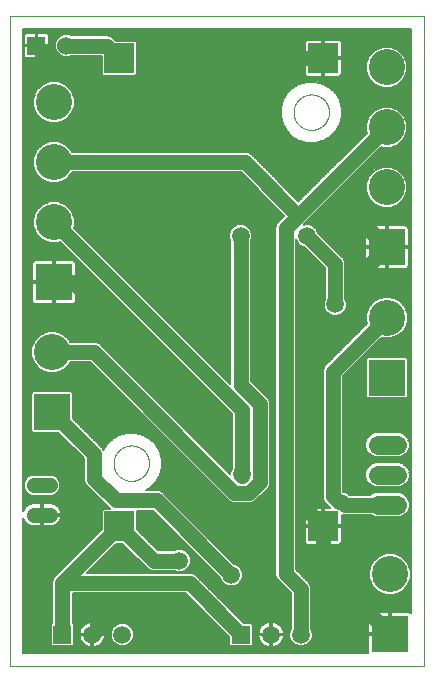
<source format=gtl>
G75*
%MOIN*%
%OFA0B0*%
%FSLAX25Y25*%
%IPPOS*%
%LPD*%
%AMOC8*
5,1,8,0,0,1.08239X$1,22.5*
%
%ADD10C,0.00000*%
%ADD11R,0.05937X0.05937*%
%ADD12C,0.05937*%
%ADD13R,0.12000X0.12000*%
%ADD14C,0.12000*%
%ADD15C,0.05150*%
%ADD16C,0.06496*%
%ADD17R,0.09843X0.09843*%
%ADD18R,0.06000X0.06000*%
%ADD19C,0.06000*%
%ADD20C,0.05000*%
%ADD21C,0.05906*%
%ADD22C,0.00600*%
D10*
X0034765Y0024528D02*
X0034765Y0241064D01*
X0172560Y0241064D01*
X0172560Y0024528D01*
X0034765Y0024528D01*
X0069174Y0092056D02*
X0069176Y0092209D01*
X0069182Y0092363D01*
X0069192Y0092516D01*
X0069206Y0092668D01*
X0069224Y0092821D01*
X0069246Y0092972D01*
X0069271Y0093123D01*
X0069301Y0093274D01*
X0069335Y0093424D01*
X0069372Y0093572D01*
X0069413Y0093720D01*
X0069458Y0093866D01*
X0069507Y0094012D01*
X0069560Y0094156D01*
X0069616Y0094298D01*
X0069676Y0094439D01*
X0069740Y0094579D01*
X0069807Y0094717D01*
X0069878Y0094853D01*
X0069953Y0094987D01*
X0070030Y0095119D01*
X0070112Y0095249D01*
X0070196Y0095377D01*
X0070284Y0095503D01*
X0070375Y0095626D01*
X0070469Y0095747D01*
X0070567Y0095865D01*
X0070667Y0095981D01*
X0070771Y0096094D01*
X0070877Y0096205D01*
X0070986Y0096313D01*
X0071098Y0096418D01*
X0071212Y0096519D01*
X0071330Y0096618D01*
X0071449Y0096714D01*
X0071571Y0096807D01*
X0071696Y0096896D01*
X0071823Y0096983D01*
X0071952Y0097065D01*
X0072083Y0097145D01*
X0072216Y0097221D01*
X0072351Y0097294D01*
X0072488Y0097363D01*
X0072627Y0097428D01*
X0072767Y0097490D01*
X0072909Y0097548D01*
X0073052Y0097603D01*
X0073197Y0097654D01*
X0073343Y0097701D01*
X0073490Y0097744D01*
X0073638Y0097783D01*
X0073787Y0097819D01*
X0073937Y0097850D01*
X0074088Y0097878D01*
X0074239Y0097902D01*
X0074392Y0097922D01*
X0074544Y0097938D01*
X0074697Y0097950D01*
X0074850Y0097958D01*
X0075003Y0097962D01*
X0075157Y0097962D01*
X0075310Y0097958D01*
X0075463Y0097950D01*
X0075616Y0097938D01*
X0075768Y0097922D01*
X0075921Y0097902D01*
X0076072Y0097878D01*
X0076223Y0097850D01*
X0076373Y0097819D01*
X0076522Y0097783D01*
X0076670Y0097744D01*
X0076817Y0097701D01*
X0076963Y0097654D01*
X0077108Y0097603D01*
X0077251Y0097548D01*
X0077393Y0097490D01*
X0077533Y0097428D01*
X0077672Y0097363D01*
X0077809Y0097294D01*
X0077944Y0097221D01*
X0078077Y0097145D01*
X0078208Y0097065D01*
X0078337Y0096983D01*
X0078464Y0096896D01*
X0078589Y0096807D01*
X0078711Y0096714D01*
X0078830Y0096618D01*
X0078948Y0096519D01*
X0079062Y0096418D01*
X0079174Y0096313D01*
X0079283Y0096205D01*
X0079389Y0096094D01*
X0079493Y0095981D01*
X0079593Y0095865D01*
X0079691Y0095747D01*
X0079785Y0095626D01*
X0079876Y0095503D01*
X0079964Y0095377D01*
X0080048Y0095249D01*
X0080130Y0095119D01*
X0080207Y0094987D01*
X0080282Y0094853D01*
X0080353Y0094717D01*
X0080420Y0094579D01*
X0080484Y0094439D01*
X0080544Y0094298D01*
X0080600Y0094156D01*
X0080653Y0094012D01*
X0080702Y0093866D01*
X0080747Y0093720D01*
X0080788Y0093572D01*
X0080825Y0093424D01*
X0080859Y0093274D01*
X0080889Y0093123D01*
X0080914Y0092972D01*
X0080936Y0092821D01*
X0080954Y0092668D01*
X0080968Y0092516D01*
X0080978Y0092363D01*
X0080984Y0092209D01*
X0080986Y0092056D01*
X0080984Y0091903D01*
X0080978Y0091749D01*
X0080968Y0091596D01*
X0080954Y0091444D01*
X0080936Y0091291D01*
X0080914Y0091140D01*
X0080889Y0090989D01*
X0080859Y0090838D01*
X0080825Y0090688D01*
X0080788Y0090540D01*
X0080747Y0090392D01*
X0080702Y0090246D01*
X0080653Y0090100D01*
X0080600Y0089956D01*
X0080544Y0089814D01*
X0080484Y0089673D01*
X0080420Y0089533D01*
X0080353Y0089395D01*
X0080282Y0089259D01*
X0080207Y0089125D01*
X0080130Y0088993D01*
X0080048Y0088863D01*
X0079964Y0088735D01*
X0079876Y0088609D01*
X0079785Y0088486D01*
X0079691Y0088365D01*
X0079593Y0088247D01*
X0079493Y0088131D01*
X0079389Y0088018D01*
X0079283Y0087907D01*
X0079174Y0087799D01*
X0079062Y0087694D01*
X0078948Y0087593D01*
X0078830Y0087494D01*
X0078711Y0087398D01*
X0078589Y0087305D01*
X0078464Y0087216D01*
X0078337Y0087129D01*
X0078208Y0087047D01*
X0078077Y0086967D01*
X0077944Y0086891D01*
X0077809Y0086818D01*
X0077672Y0086749D01*
X0077533Y0086684D01*
X0077393Y0086622D01*
X0077251Y0086564D01*
X0077108Y0086509D01*
X0076963Y0086458D01*
X0076817Y0086411D01*
X0076670Y0086368D01*
X0076522Y0086329D01*
X0076373Y0086293D01*
X0076223Y0086262D01*
X0076072Y0086234D01*
X0075921Y0086210D01*
X0075768Y0086190D01*
X0075616Y0086174D01*
X0075463Y0086162D01*
X0075310Y0086154D01*
X0075157Y0086150D01*
X0075003Y0086150D01*
X0074850Y0086154D01*
X0074697Y0086162D01*
X0074544Y0086174D01*
X0074392Y0086190D01*
X0074239Y0086210D01*
X0074088Y0086234D01*
X0073937Y0086262D01*
X0073787Y0086293D01*
X0073638Y0086329D01*
X0073490Y0086368D01*
X0073343Y0086411D01*
X0073197Y0086458D01*
X0073052Y0086509D01*
X0072909Y0086564D01*
X0072767Y0086622D01*
X0072627Y0086684D01*
X0072488Y0086749D01*
X0072351Y0086818D01*
X0072216Y0086891D01*
X0072083Y0086967D01*
X0071952Y0087047D01*
X0071823Y0087129D01*
X0071696Y0087216D01*
X0071571Y0087305D01*
X0071449Y0087398D01*
X0071330Y0087494D01*
X0071212Y0087593D01*
X0071098Y0087694D01*
X0070986Y0087799D01*
X0070877Y0087907D01*
X0070771Y0088018D01*
X0070667Y0088131D01*
X0070567Y0088247D01*
X0070469Y0088365D01*
X0070375Y0088486D01*
X0070284Y0088609D01*
X0070196Y0088735D01*
X0070112Y0088863D01*
X0070030Y0088993D01*
X0069953Y0089125D01*
X0069878Y0089259D01*
X0069807Y0089395D01*
X0069740Y0089533D01*
X0069676Y0089673D01*
X0069616Y0089814D01*
X0069560Y0089956D01*
X0069507Y0090100D01*
X0069458Y0090246D01*
X0069413Y0090392D01*
X0069372Y0090540D01*
X0069335Y0090688D01*
X0069301Y0090838D01*
X0069271Y0090989D01*
X0069246Y0091140D01*
X0069224Y0091291D01*
X0069206Y0091444D01*
X0069192Y0091596D01*
X0069182Y0091749D01*
X0069176Y0091903D01*
X0069174Y0092056D01*
X0129174Y0209056D02*
X0129176Y0209209D01*
X0129182Y0209363D01*
X0129192Y0209516D01*
X0129206Y0209668D01*
X0129224Y0209821D01*
X0129246Y0209972D01*
X0129271Y0210123D01*
X0129301Y0210274D01*
X0129335Y0210424D01*
X0129372Y0210572D01*
X0129413Y0210720D01*
X0129458Y0210866D01*
X0129507Y0211012D01*
X0129560Y0211156D01*
X0129616Y0211298D01*
X0129676Y0211439D01*
X0129740Y0211579D01*
X0129807Y0211717D01*
X0129878Y0211853D01*
X0129953Y0211987D01*
X0130030Y0212119D01*
X0130112Y0212249D01*
X0130196Y0212377D01*
X0130284Y0212503D01*
X0130375Y0212626D01*
X0130469Y0212747D01*
X0130567Y0212865D01*
X0130667Y0212981D01*
X0130771Y0213094D01*
X0130877Y0213205D01*
X0130986Y0213313D01*
X0131098Y0213418D01*
X0131212Y0213519D01*
X0131330Y0213618D01*
X0131449Y0213714D01*
X0131571Y0213807D01*
X0131696Y0213896D01*
X0131823Y0213983D01*
X0131952Y0214065D01*
X0132083Y0214145D01*
X0132216Y0214221D01*
X0132351Y0214294D01*
X0132488Y0214363D01*
X0132627Y0214428D01*
X0132767Y0214490D01*
X0132909Y0214548D01*
X0133052Y0214603D01*
X0133197Y0214654D01*
X0133343Y0214701D01*
X0133490Y0214744D01*
X0133638Y0214783D01*
X0133787Y0214819D01*
X0133937Y0214850D01*
X0134088Y0214878D01*
X0134239Y0214902D01*
X0134392Y0214922D01*
X0134544Y0214938D01*
X0134697Y0214950D01*
X0134850Y0214958D01*
X0135003Y0214962D01*
X0135157Y0214962D01*
X0135310Y0214958D01*
X0135463Y0214950D01*
X0135616Y0214938D01*
X0135768Y0214922D01*
X0135921Y0214902D01*
X0136072Y0214878D01*
X0136223Y0214850D01*
X0136373Y0214819D01*
X0136522Y0214783D01*
X0136670Y0214744D01*
X0136817Y0214701D01*
X0136963Y0214654D01*
X0137108Y0214603D01*
X0137251Y0214548D01*
X0137393Y0214490D01*
X0137533Y0214428D01*
X0137672Y0214363D01*
X0137809Y0214294D01*
X0137944Y0214221D01*
X0138077Y0214145D01*
X0138208Y0214065D01*
X0138337Y0213983D01*
X0138464Y0213896D01*
X0138589Y0213807D01*
X0138711Y0213714D01*
X0138830Y0213618D01*
X0138948Y0213519D01*
X0139062Y0213418D01*
X0139174Y0213313D01*
X0139283Y0213205D01*
X0139389Y0213094D01*
X0139493Y0212981D01*
X0139593Y0212865D01*
X0139691Y0212747D01*
X0139785Y0212626D01*
X0139876Y0212503D01*
X0139964Y0212377D01*
X0140048Y0212249D01*
X0140130Y0212119D01*
X0140207Y0211987D01*
X0140282Y0211853D01*
X0140353Y0211717D01*
X0140420Y0211579D01*
X0140484Y0211439D01*
X0140544Y0211298D01*
X0140600Y0211156D01*
X0140653Y0211012D01*
X0140702Y0210866D01*
X0140747Y0210720D01*
X0140788Y0210572D01*
X0140825Y0210424D01*
X0140859Y0210274D01*
X0140889Y0210123D01*
X0140914Y0209972D01*
X0140936Y0209821D01*
X0140954Y0209668D01*
X0140968Y0209516D01*
X0140978Y0209363D01*
X0140984Y0209209D01*
X0140986Y0209056D01*
X0140984Y0208903D01*
X0140978Y0208749D01*
X0140968Y0208596D01*
X0140954Y0208444D01*
X0140936Y0208291D01*
X0140914Y0208140D01*
X0140889Y0207989D01*
X0140859Y0207838D01*
X0140825Y0207688D01*
X0140788Y0207540D01*
X0140747Y0207392D01*
X0140702Y0207246D01*
X0140653Y0207100D01*
X0140600Y0206956D01*
X0140544Y0206814D01*
X0140484Y0206673D01*
X0140420Y0206533D01*
X0140353Y0206395D01*
X0140282Y0206259D01*
X0140207Y0206125D01*
X0140130Y0205993D01*
X0140048Y0205863D01*
X0139964Y0205735D01*
X0139876Y0205609D01*
X0139785Y0205486D01*
X0139691Y0205365D01*
X0139593Y0205247D01*
X0139493Y0205131D01*
X0139389Y0205018D01*
X0139283Y0204907D01*
X0139174Y0204799D01*
X0139062Y0204694D01*
X0138948Y0204593D01*
X0138830Y0204494D01*
X0138711Y0204398D01*
X0138589Y0204305D01*
X0138464Y0204216D01*
X0138337Y0204129D01*
X0138208Y0204047D01*
X0138077Y0203967D01*
X0137944Y0203891D01*
X0137809Y0203818D01*
X0137672Y0203749D01*
X0137533Y0203684D01*
X0137393Y0203622D01*
X0137251Y0203564D01*
X0137108Y0203509D01*
X0136963Y0203458D01*
X0136817Y0203411D01*
X0136670Y0203368D01*
X0136522Y0203329D01*
X0136373Y0203293D01*
X0136223Y0203262D01*
X0136072Y0203234D01*
X0135921Y0203210D01*
X0135768Y0203190D01*
X0135616Y0203174D01*
X0135463Y0203162D01*
X0135310Y0203154D01*
X0135157Y0203150D01*
X0135003Y0203150D01*
X0134850Y0203154D01*
X0134697Y0203162D01*
X0134544Y0203174D01*
X0134392Y0203190D01*
X0134239Y0203210D01*
X0134088Y0203234D01*
X0133937Y0203262D01*
X0133787Y0203293D01*
X0133638Y0203329D01*
X0133490Y0203368D01*
X0133343Y0203411D01*
X0133197Y0203458D01*
X0133052Y0203509D01*
X0132909Y0203564D01*
X0132767Y0203622D01*
X0132627Y0203684D01*
X0132488Y0203749D01*
X0132351Y0203818D01*
X0132216Y0203891D01*
X0132083Y0203967D01*
X0131952Y0204047D01*
X0131823Y0204129D01*
X0131696Y0204216D01*
X0131571Y0204305D01*
X0131449Y0204398D01*
X0131330Y0204494D01*
X0131212Y0204593D01*
X0131098Y0204694D01*
X0130986Y0204799D01*
X0130877Y0204907D01*
X0130771Y0205018D01*
X0130667Y0205131D01*
X0130567Y0205247D01*
X0130469Y0205365D01*
X0130375Y0205486D01*
X0130284Y0205609D01*
X0130196Y0205735D01*
X0130112Y0205863D01*
X0130030Y0205993D01*
X0129953Y0206125D01*
X0129878Y0206259D01*
X0129807Y0206395D01*
X0129740Y0206533D01*
X0129676Y0206673D01*
X0129616Y0206814D01*
X0129560Y0206956D01*
X0129507Y0207100D01*
X0129458Y0207246D01*
X0129413Y0207392D01*
X0129372Y0207540D01*
X0129335Y0207688D01*
X0129301Y0207838D01*
X0129271Y0207989D01*
X0129246Y0208140D01*
X0129224Y0208291D01*
X0129206Y0208444D01*
X0129192Y0208596D01*
X0129182Y0208749D01*
X0129176Y0208903D01*
X0129174Y0209056D01*
D11*
X0111654Y0034922D03*
X0052087Y0034922D03*
D12*
X0062087Y0034922D03*
X0072087Y0034922D03*
X0121654Y0034922D03*
X0131654Y0034922D03*
D13*
X0161300Y0035080D03*
X0160316Y0120513D03*
X0160198Y0164017D03*
X0049292Y0152402D03*
X0048702Y0109095D03*
D14*
X0048702Y0129095D03*
X0049292Y0172402D03*
X0049292Y0192402D03*
X0049292Y0212402D03*
X0160198Y0204017D03*
X0160198Y0224017D03*
X0160198Y0184017D03*
X0160316Y0140513D03*
X0161300Y0055080D03*
D15*
X0047891Y0074883D02*
X0042741Y0074883D01*
X0042741Y0084725D02*
X0047891Y0084725D01*
D16*
X0157186Y0088150D02*
X0163682Y0088150D01*
X0163682Y0078150D02*
X0157186Y0078150D01*
X0157186Y0098150D02*
X0163682Y0098150D01*
D17*
X0139080Y0071056D03*
X0071080Y0071056D03*
X0071080Y0227056D03*
X0139080Y0227056D03*
D18*
X0043465Y0231261D03*
D19*
X0053465Y0231261D03*
D20*
X0066875Y0231261D01*
X0071080Y0227056D01*
X0074213Y0200513D02*
X0043465Y0231261D01*
X0074213Y0200513D02*
X0104450Y0200513D01*
X0130993Y0227056D01*
X0139080Y0227056D01*
X0160198Y0204017D02*
X0130769Y0174587D01*
X0112954Y0192402D01*
X0049292Y0192402D01*
X0049292Y0172402D02*
X0111930Y0109765D01*
X0111930Y0092639D01*
X0111930Y0088308D01*
X0111930Y0087914D01*
X0109423Y0082255D02*
X0114437Y0082255D01*
X0117983Y0085801D01*
X0117983Y0111631D01*
X0111536Y0118078D01*
X0111536Y0167835D01*
X0111536Y0168229D01*
X0126497Y0170316D02*
X0130769Y0174587D01*
X0126497Y0170316D02*
X0126497Y0055237D01*
X0131654Y0050080D01*
X0131654Y0034922D01*
X0111654Y0034922D02*
X0094513Y0052064D01*
X0052087Y0052064D01*
X0071080Y0071056D01*
X0082568Y0059568D01*
X0091064Y0059568D01*
X0091851Y0043820D02*
X0070985Y0043820D01*
X0062087Y0034922D01*
X0052087Y0034922D02*
X0052087Y0052064D01*
X0069941Y0079650D02*
X0083580Y0079650D01*
X0108387Y0054843D01*
X0109423Y0082255D02*
X0062583Y0129095D01*
X0048702Y0129095D01*
X0048702Y0109095D02*
X0062674Y0095123D01*
X0062674Y0086917D01*
X0069941Y0079650D01*
X0082796Y0125316D02*
X0055709Y0152402D01*
X0049292Y0152402D01*
X0133583Y0167835D02*
X0143032Y0158387D01*
X0143032Y0145001D01*
X0151216Y0144282D02*
X0151216Y0143735D01*
X0133977Y0126497D01*
X0133977Y0076158D01*
X0139080Y0071056D01*
X0139080Y0057300D01*
X0161300Y0035080D01*
X0160434Y0078150D02*
X0146212Y0078150D01*
X0145285Y0079077D01*
X0144213Y0079077D01*
X0142245Y0081046D01*
X0142245Y0122442D01*
X0160316Y0140513D01*
X0151300Y0144366D02*
X0151300Y0155119D01*
X0160198Y0164017D01*
X0149292Y0174922D01*
X0141851Y0174922D01*
X0151300Y0144366D02*
X0151216Y0144282D01*
D21*
X0143032Y0145001D03*
X0133583Y0167835D03*
X0141851Y0174922D03*
X0111536Y0167835D03*
X0104450Y0200513D03*
X0082796Y0125316D03*
X0111930Y0088308D03*
X0091064Y0059568D03*
X0091851Y0043820D03*
X0108387Y0054843D03*
D22*
X0111052Y0052060D02*
X0124866Y0052060D01*
X0124571Y0052355D02*
X0128254Y0048671D01*
X0128254Y0036823D01*
X0127786Y0035692D01*
X0127786Y0034153D01*
X0128375Y0032731D01*
X0129463Y0031642D01*
X0130885Y0031054D01*
X0132424Y0031054D01*
X0133846Y0031642D01*
X0134934Y0032731D01*
X0135523Y0034153D01*
X0135523Y0035692D01*
X0135054Y0036823D01*
X0135054Y0050756D01*
X0134537Y0052005D01*
X0129897Y0056645D01*
X0129897Y0166668D01*
X0130317Y0165653D01*
X0131401Y0164569D01*
X0132494Y0164116D01*
X0139632Y0156978D01*
X0139632Y0146860D01*
X0139180Y0145767D01*
X0139180Y0144234D01*
X0139766Y0142818D01*
X0140850Y0141735D01*
X0142266Y0141148D01*
X0143799Y0141148D01*
X0145215Y0141735D01*
X0146298Y0142818D01*
X0146885Y0144234D01*
X0146885Y0145767D01*
X0146432Y0146860D01*
X0146432Y0159063D01*
X0145915Y0160313D01*
X0144958Y0161269D01*
X0137302Y0168925D01*
X0136850Y0170018D01*
X0135766Y0171102D01*
X0134350Y0171688D01*
X0132817Y0171688D01*
X0132579Y0171590D01*
X0132694Y0171705D01*
X0133651Y0172661D01*
X0158317Y0197327D01*
X0158825Y0197117D01*
X0161570Y0197117D01*
X0164106Y0198167D01*
X0166047Y0200108D01*
X0167098Y0202644D01*
X0167098Y0205389D01*
X0166047Y0207925D01*
X0164106Y0209866D01*
X0161570Y0210917D01*
X0158825Y0210917D01*
X0156289Y0209866D01*
X0154348Y0207925D01*
X0153298Y0205389D01*
X0153298Y0202644D01*
X0153508Y0202135D01*
X0130769Y0179396D01*
X0114879Y0195285D01*
X0113630Y0195802D01*
X0055352Y0195802D01*
X0055142Y0196311D01*
X0053201Y0198252D01*
X0050665Y0199302D01*
X0047920Y0199302D01*
X0045384Y0198252D01*
X0043443Y0196311D01*
X0042392Y0193775D01*
X0042392Y0191030D01*
X0043443Y0188494D01*
X0045384Y0186553D01*
X0047920Y0185502D01*
X0050665Y0185502D01*
X0053201Y0186553D01*
X0055142Y0188494D01*
X0055352Y0189002D01*
X0111545Y0189002D01*
X0125960Y0174587D01*
X0123614Y0172242D01*
X0123097Y0170992D01*
X0123097Y0054561D01*
X0123614Y0053311D01*
X0124571Y0052355D01*
X0124267Y0052658D02*
X0111650Y0052658D01*
X0111653Y0052661D02*
X0112239Y0054077D01*
X0112239Y0055610D01*
X0111653Y0057026D01*
X0110569Y0058110D01*
X0109476Y0058562D01*
X0086462Y0081576D01*
X0085505Y0082533D01*
X0084256Y0083050D01*
X0079893Y0083050D01*
X0081346Y0083889D01*
X0083246Y0085790D01*
X0084590Y0088117D01*
X0085285Y0090712D01*
X0085285Y0093399D01*
X0084590Y0095995D01*
X0083246Y0098322D01*
X0081346Y0100222D01*
X0079019Y0101566D01*
X0076423Y0102261D01*
X0073736Y0102261D01*
X0071140Y0101566D01*
X0068813Y0100222D01*
X0066913Y0098322D01*
X0065816Y0096422D01*
X0065556Y0097049D01*
X0064600Y0098005D01*
X0055602Y0107004D01*
X0055602Y0115468D01*
X0055074Y0115995D01*
X0042329Y0115995D01*
X0041802Y0115468D01*
X0041802Y0102722D01*
X0042329Y0102195D01*
X0050793Y0102195D01*
X0059274Y0093715D01*
X0059274Y0086241D01*
X0059792Y0084991D01*
X0060748Y0084035D01*
X0067059Y0077724D01*
X0067906Y0076877D01*
X0065785Y0076877D01*
X0065258Y0076350D01*
X0065258Y0070043D01*
X0050161Y0054946D01*
X0049205Y0053990D01*
X0048687Y0052740D01*
X0048687Y0038732D01*
X0048219Y0038263D01*
X0048219Y0031581D01*
X0048746Y0031054D01*
X0055429Y0031054D01*
X0055956Y0031581D01*
X0055956Y0038263D01*
X0055487Y0038732D01*
X0055487Y0048664D01*
X0093104Y0048664D01*
X0107786Y0033982D01*
X0107786Y0031581D01*
X0108313Y0031054D01*
X0114996Y0031054D01*
X0115523Y0031581D01*
X0115523Y0038263D01*
X0114996Y0038791D01*
X0112594Y0038791D01*
X0097395Y0053990D01*
X0096439Y0054946D01*
X0095189Y0055464D01*
X0060296Y0055464D01*
X0070067Y0065235D01*
X0072092Y0065235D01*
X0080642Y0056685D01*
X0081891Y0056168D01*
X0089204Y0056168D01*
X0090297Y0055715D01*
X0091830Y0055715D01*
X0093246Y0056302D01*
X0094330Y0057385D01*
X0094917Y0058801D01*
X0094917Y0060334D01*
X0094330Y0061750D01*
X0093246Y0062834D01*
X0091830Y0063420D01*
X0090297Y0063420D01*
X0089204Y0062968D01*
X0083976Y0062968D01*
X0076901Y0070043D01*
X0076901Y0076250D01*
X0082171Y0076250D01*
X0104668Y0053754D01*
X0105120Y0052661D01*
X0106204Y0051577D01*
X0107620Y0050991D01*
X0109153Y0050991D01*
X0110569Y0051577D01*
X0111653Y0052661D01*
X0111900Y0053257D02*
X0123669Y0053257D01*
X0123389Y0053855D02*
X0112148Y0053855D01*
X0112239Y0054454D02*
X0123141Y0054454D01*
X0123097Y0055052D02*
X0112239Y0055052D01*
X0112222Y0055651D02*
X0123097Y0055651D01*
X0123097Y0056249D02*
X0111974Y0056249D01*
X0111726Y0056848D02*
X0123097Y0056848D01*
X0123097Y0057446D02*
X0111232Y0057446D01*
X0110634Y0058045D02*
X0123097Y0058045D01*
X0123097Y0058643D02*
X0109395Y0058643D01*
X0108796Y0059242D02*
X0123097Y0059242D01*
X0123097Y0059841D02*
X0108198Y0059841D01*
X0107599Y0060439D02*
X0123097Y0060439D01*
X0123097Y0061038D02*
X0107001Y0061038D01*
X0106402Y0061636D02*
X0123097Y0061636D01*
X0123097Y0062235D02*
X0105804Y0062235D01*
X0105205Y0062833D02*
X0123097Y0062833D01*
X0123097Y0063432D02*
X0104607Y0063432D01*
X0104008Y0064030D02*
X0123097Y0064030D01*
X0123097Y0064629D02*
X0103410Y0064629D01*
X0102811Y0065227D02*
X0123097Y0065227D01*
X0123097Y0065826D02*
X0102213Y0065826D01*
X0101614Y0066424D02*
X0123097Y0066424D01*
X0123097Y0067023D02*
X0101016Y0067023D01*
X0100417Y0067621D02*
X0123097Y0067621D01*
X0123097Y0068220D02*
X0099819Y0068220D01*
X0099220Y0068818D02*
X0123097Y0068818D01*
X0123097Y0069417D02*
X0098622Y0069417D01*
X0098023Y0070015D02*
X0123097Y0070015D01*
X0123097Y0070614D02*
X0097425Y0070614D01*
X0096826Y0071212D02*
X0123097Y0071212D01*
X0123097Y0071811D02*
X0096227Y0071811D01*
X0095629Y0072409D02*
X0123097Y0072409D01*
X0123097Y0073008D02*
X0095030Y0073008D01*
X0094432Y0073606D02*
X0123097Y0073606D01*
X0123097Y0074205D02*
X0093833Y0074205D01*
X0093235Y0074803D02*
X0123097Y0074803D01*
X0123097Y0075402D02*
X0092636Y0075402D01*
X0092038Y0076000D02*
X0123097Y0076000D01*
X0123097Y0076599D02*
X0091439Y0076599D01*
X0090841Y0077197D02*
X0123097Y0077197D01*
X0123097Y0077796D02*
X0090242Y0077796D01*
X0089644Y0078394D02*
X0123097Y0078394D01*
X0123097Y0078993D02*
X0115446Y0078993D01*
X0115113Y0078855D02*
X0116363Y0079373D01*
X0120865Y0083875D01*
X0121383Y0085124D01*
X0121383Y0112308D01*
X0120865Y0113557D01*
X0114936Y0119486D01*
X0114936Y0165976D01*
X0115389Y0167069D01*
X0115389Y0168602D01*
X0114802Y0170018D01*
X0113719Y0171102D01*
X0112303Y0171688D01*
X0110770Y0171688D01*
X0109354Y0171102D01*
X0108270Y0170018D01*
X0107683Y0168602D01*
X0107683Y0167069D01*
X0108136Y0165976D01*
X0108136Y0118367D01*
X0055981Y0170521D01*
X0056192Y0171030D01*
X0056192Y0173775D01*
X0055142Y0176311D01*
X0053201Y0178252D01*
X0050665Y0179302D01*
X0047920Y0179302D01*
X0045384Y0178252D01*
X0043443Y0176311D01*
X0042392Y0173775D01*
X0042392Y0171030D01*
X0043443Y0168494D01*
X0045384Y0166553D01*
X0047920Y0165502D01*
X0050665Y0165502D01*
X0051173Y0165713D01*
X0108530Y0108356D01*
X0108530Y0090167D01*
X0108077Y0089074D01*
X0108077Y0088409D01*
X0065465Y0131021D01*
X0065465Y0131021D01*
X0064509Y0131978D01*
X0063259Y0132495D01*
X0054762Y0132495D01*
X0054551Y0133004D01*
X0052610Y0134945D01*
X0050074Y0135995D01*
X0047329Y0135995D01*
X0044793Y0134945D01*
X0042852Y0133004D01*
X0041802Y0130468D01*
X0041802Y0127723D01*
X0042852Y0125187D01*
X0044793Y0123246D01*
X0047329Y0122195D01*
X0050074Y0122195D01*
X0052610Y0123246D01*
X0054551Y0125187D01*
X0054762Y0125695D01*
X0061174Y0125695D01*
X0106540Y0080329D01*
X0107497Y0079373D01*
X0108746Y0078855D01*
X0115113Y0078855D01*
X0116582Y0079591D02*
X0123097Y0079591D01*
X0123097Y0080190D02*
X0117180Y0080190D01*
X0117779Y0080788D02*
X0123097Y0080788D01*
X0123097Y0081387D02*
X0118377Y0081387D01*
X0118976Y0081985D02*
X0123097Y0081985D01*
X0123097Y0082584D02*
X0119574Y0082584D01*
X0120173Y0083182D02*
X0123097Y0083182D01*
X0123097Y0083781D02*
X0120771Y0083781D01*
X0121074Y0084379D02*
X0123097Y0084379D01*
X0123097Y0084978D02*
X0121322Y0084978D01*
X0121383Y0085577D02*
X0123097Y0085577D01*
X0123097Y0086175D02*
X0121383Y0086175D01*
X0121383Y0086774D02*
X0123097Y0086774D01*
X0123097Y0087372D02*
X0121383Y0087372D01*
X0121383Y0087971D02*
X0123097Y0087971D01*
X0123097Y0088569D02*
X0121383Y0088569D01*
X0121383Y0089168D02*
X0123097Y0089168D01*
X0123097Y0089766D02*
X0121383Y0089766D01*
X0121383Y0090365D02*
X0123097Y0090365D01*
X0123097Y0090963D02*
X0121383Y0090963D01*
X0121383Y0091562D02*
X0123097Y0091562D01*
X0123097Y0092160D02*
X0121383Y0092160D01*
X0121383Y0092759D02*
X0123097Y0092759D01*
X0123097Y0093357D02*
X0121383Y0093357D01*
X0121383Y0093956D02*
X0123097Y0093956D01*
X0123097Y0094554D02*
X0121383Y0094554D01*
X0121383Y0095153D02*
X0123097Y0095153D01*
X0123097Y0095751D02*
X0121383Y0095751D01*
X0121383Y0096350D02*
X0123097Y0096350D01*
X0123097Y0096948D02*
X0121383Y0096948D01*
X0121383Y0097547D02*
X0123097Y0097547D01*
X0123097Y0098145D02*
X0121383Y0098145D01*
X0121383Y0098744D02*
X0123097Y0098744D01*
X0123097Y0099342D02*
X0121383Y0099342D01*
X0121383Y0099941D02*
X0123097Y0099941D01*
X0123097Y0100539D02*
X0121383Y0100539D01*
X0121383Y0101138D02*
X0123097Y0101138D01*
X0123097Y0101736D02*
X0121383Y0101736D01*
X0121383Y0102335D02*
X0123097Y0102335D01*
X0123097Y0102933D02*
X0121383Y0102933D01*
X0121383Y0103532D02*
X0123097Y0103532D01*
X0123097Y0104130D02*
X0121383Y0104130D01*
X0121383Y0104729D02*
X0123097Y0104729D01*
X0123097Y0105327D02*
X0121383Y0105327D01*
X0121383Y0105926D02*
X0123097Y0105926D01*
X0123097Y0106524D02*
X0121383Y0106524D01*
X0121383Y0107123D02*
X0123097Y0107123D01*
X0123097Y0107721D02*
X0121383Y0107721D01*
X0121383Y0108320D02*
X0123097Y0108320D01*
X0123097Y0108918D02*
X0121383Y0108918D01*
X0121383Y0109517D02*
X0123097Y0109517D01*
X0123097Y0110115D02*
X0121383Y0110115D01*
X0121383Y0110714D02*
X0123097Y0110714D01*
X0123097Y0111312D02*
X0121383Y0111312D01*
X0121383Y0111911D02*
X0123097Y0111911D01*
X0123097Y0112510D02*
X0121299Y0112510D01*
X0121051Y0113108D02*
X0123097Y0113108D01*
X0123097Y0113707D02*
X0120716Y0113707D01*
X0120117Y0114305D02*
X0123097Y0114305D01*
X0123097Y0114904D02*
X0119519Y0114904D01*
X0118920Y0115502D02*
X0123097Y0115502D01*
X0123097Y0116101D02*
X0118322Y0116101D01*
X0117723Y0116699D02*
X0123097Y0116699D01*
X0123097Y0117298D02*
X0117125Y0117298D01*
X0116526Y0117896D02*
X0123097Y0117896D01*
X0123097Y0118495D02*
X0115928Y0118495D01*
X0115329Y0119093D02*
X0123097Y0119093D01*
X0123097Y0119692D02*
X0114936Y0119692D01*
X0114936Y0120290D02*
X0123097Y0120290D01*
X0123097Y0120889D02*
X0114936Y0120889D01*
X0114936Y0121487D02*
X0123097Y0121487D01*
X0123097Y0122086D02*
X0114936Y0122086D01*
X0114936Y0122684D02*
X0123097Y0122684D01*
X0123097Y0123283D02*
X0114936Y0123283D01*
X0114936Y0123881D02*
X0123097Y0123881D01*
X0123097Y0124480D02*
X0114936Y0124480D01*
X0114936Y0125078D02*
X0123097Y0125078D01*
X0123097Y0125677D02*
X0114936Y0125677D01*
X0114936Y0126275D02*
X0123097Y0126275D01*
X0123097Y0126874D02*
X0114936Y0126874D01*
X0114936Y0127472D02*
X0123097Y0127472D01*
X0123097Y0128071D02*
X0114936Y0128071D01*
X0114936Y0128669D02*
X0123097Y0128669D01*
X0123097Y0129268D02*
X0114936Y0129268D01*
X0114936Y0129866D02*
X0123097Y0129866D01*
X0123097Y0130465D02*
X0114936Y0130465D01*
X0114936Y0131063D02*
X0123097Y0131063D01*
X0123097Y0131662D02*
X0114936Y0131662D01*
X0114936Y0132260D02*
X0123097Y0132260D01*
X0123097Y0132859D02*
X0114936Y0132859D01*
X0114936Y0133457D02*
X0123097Y0133457D01*
X0123097Y0134056D02*
X0114936Y0134056D01*
X0114936Y0134654D02*
X0123097Y0134654D01*
X0123097Y0135253D02*
X0114936Y0135253D01*
X0114936Y0135851D02*
X0123097Y0135851D01*
X0123097Y0136450D02*
X0114936Y0136450D01*
X0114936Y0137048D02*
X0123097Y0137048D01*
X0123097Y0137647D02*
X0114936Y0137647D01*
X0114936Y0138245D02*
X0123097Y0138245D01*
X0123097Y0138844D02*
X0114936Y0138844D01*
X0114936Y0139443D02*
X0123097Y0139443D01*
X0123097Y0140041D02*
X0114936Y0140041D01*
X0114936Y0140640D02*
X0123097Y0140640D01*
X0123097Y0141238D02*
X0114936Y0141238D01*
X0114936Y0141837D02*
X0123097Y0141837D01*
X0123097Y0142435D02*
X0114936Y0142435D01*
X0114936Y0143034D02*
X0123097Y0143034D01*
X0123097Y0143632D02*
X0114936Y0143632D01*
X0114936Y0144231D02*
X0123097Y0144231D01*
X0123097Y0144829D02*
X0114936Y0144829D01*
X0114936Y0145428D02*
X0123097Y0145428D01*
X0123097Y0146026D02*
X0114936Y0146026D01*
X0114936Y0146625D02*
X0123097Y0146625D01*
X0123097Y0147223D02*
X0114936Y0147223D01*
X0114936Y0147822D02*
X0123097Y0147822D01*
X0123097Y0148420D02*
X0114936Y0148420D01*
X0114936Y0149019D02*
X0123097Y0149019D01*
X0123097Y0149617D02*
X0114936Y0149617D01*
X0114936Y0150216D02*
X0123097Y0150216D01*
X0123097Y0150814D02*
X0114936Y0150814D01*
X0114936Y0151413D02*
X0123097Y0151413D01*
X0123097Y0152011D02*
X0114936Y0152011D01*
X0114936Y0152610D02*
X0123097Y0152610D01*
X0123097Y0153208D02*
X0114936Y0153208D01*
X0114936Y0153807D02*
X0123097Y0153807D01*
X0123097Y0154405D02*
X0114936Y0154405D01*
X0114936Y0155004D02*
X0123097Y0155004D01*
X0123097Y0155602D02*
X0114936Y0155602D01*
X0114936Y0156201D02*
X0123097Y0156201D01*
X0123097Y0156799D02*
X0114936Y0156799D01*
X0114936Y0157398D02*
X0123097Y0157398D01*
X0123097Y0157996D02*
X0114936Y0157996D01*
X0114936Y0158595D02*
X0123097Y0158595D01*
X0123097Y0159193D02*
X0114936Y0159193D01*
X0114936Y0159792D02*
X0123097Y0159792D01*
X0123097Y0160390D02*
X0114936Y0160390D01*
X0114936Y0160989D02*
X0123097Y0160989D01*
X0123097Y0161587D02*
X0114936Y0161587D01*
X0114936Y0162186D02*
X0123097Y0162186D01*
X0123097Y0162784D02*
X0114936Y0162784D01*
X0114936Y0163383D02*
X0123097Y0163383D01*
X0123097Y0163981D02*
X0114936Y0163981D01*
X0114936Y0164580D02*
X0123097Y0164580D01*
X0123097Y0165179D02*
X0114936Y0165179D01*
X0114936Y0165777D02*
X0123097Y0165777D01*
X0123097Y0166376D02*
X0115102Y0166376D01*
X0115350Y0166974D02*
X0123097Y0166974D01*
X0123097Y0167573D02*
X0115389Y0167573D01*
X0115389Y0168171D02*
X0123097Y0168171D01*
X0123097Y0168770D02*
X0115319Y0168770D01*
X0115072Y0169368D02*
X0123097Y0169368D01*
X0123097Y0169967D02*
X0114824Y0169967D01*
X0114255Y0170565D02*
X0123097Y0170565D01*
X0123168Y0171164D02*
X0113569Y0171164D01*
X0109503Y0171164D02*
X0056192Y0171164D01*
X0056192Y0171762D02*
X0123416Y0171762D01*
X0123733Y0172361D02*
X0056192Y0172361D01*
X0056192Y0172959D02*
X0124332Y0172959D01*
X0124930Y0173558D02*
X0056192Y0173558D01*
X0056034Y0174156D02*
X0125529Y0174156D01*
X0125793Y0174755D02*
X0055786Y0174755D01*
X0055538Y0175353D02*
X0125194Y0175353D01*
X0124596Y0175952D02*
X0055290Y0175952D01*
X0054902Y0176550D02*
X0123997Y0176550D01*
X0123399Y0177149D02*
X0054304Y0177149D01*
X0053705Y0177747D02*
X0122800Y0177747D01*
X0122202Y0178346D02*
X0052974Y0178346D01*
X0051529Y0178944D02*
X0121603Y0178944D01*
X0121005Y0179543D02*
X0039065Y0179543D01*
X0039065Y0180141D02*
X0120406Y0180141D01*
X0119808Y0180740D02*
X0039065Y0180740D01*
X0039065Y0181338D02*
X0119209Y0181338D01*
X0118611Y0181937D02*
X0039065Y0181937D01*
X0039065Y0182535D02*
X0118012Y0182535D01*
X0117414Y0183134D02*
X0039065Y0183134D01*
X0039065Y0183732D02*
X0116815Y0183732D01*
X0116217Y0184331D02*
X0039065Y0184331D01*
X0039065Y0184929D02*
X0115618Y0184929D01*
X0115020Y0185528D02*
X0050726Y0185528D01*
X0052171Y0186126D02*
X0114421Y0186126D01*
X0113823Y0186725D02*
X0053373Y0186725D01*
X0053971Y0187323D02*
X0113224Y0187323D01*
X0112626Y0187922D02*
X0054570Y0187922D01*
X0055153Y0188520D02*
X0112027Y0188520D01*
X0116856Y0193309D02*
X0144681Y0193309D01*
X0145280Y0193907D02*
X0116257Y0193907D01*
X0115659Y0194506D02*
X0145878Y0194506D01*
X0146477Y0195104D02*
X0115060Y0195104D01*
X0113871Y0195703D02*
X0147075Y0195703D01*
X0147674Y0196301D02*
X0055146Y0196301D01*
X0054553Y0196900D02*
X0148272Y0196900D01*
X0148871Y0197498D02*
X0053954Y0197498D01*
X0053356Y0198097D02*
X0149469Y0198097D01*
X0150068Y0198695D02*
X0052131Y0198695D01*
X0050686Y0199294D02*
X0132082Y0199294D01*
X0131140Y0199546D02*
X0133736Y0198850D01*
X0136423Y0198850D01*
X0139019Y0199546D01*
X0141346Y0200889D01*
X0143246Y0202790D01*
X0144590Y0205117D01*
X0145285Y0207712D01*
X0145285Y0210399D01*
X0144590Y0212995D01*
X0143246Y0215322D01*
X0141346Y0217222D01*
X0139019Y0218566D01*
X0136423Y0219261D01*
X0133736Y0219261D01*
X0131140Y0218566D01*
X0128813Y0217222D01*
X0126913Y0215322D01*
X0125570Y0212995D01*
X0124874Y0210399D01*
X0124874Y0207712D01*
X0125570Y0205117D01*
X0126913Y0202790D01*
X0128813Y0200889D01*
X0131140Y0199546D01*
X0130541Y0199892D02*
X0039065Y0199892D01*
X0039065Y0199294D02*
X0047899Y0199294D01*
X0046454Y0198695D02*
X0039065Y0198695D01*
X0039065Y0198097D02*
X0045228Y0198097D01*
X0044630Y0197498D02*
X0039065Y0197498D01*
X0039065Y0196900D02*
X0044031Y0196900D01*
X0043439Y0196301D02*
X0039065Y0196301D01*
X0039065Y0195703D02*
X0043191Y0195703D01*
X0042943Y0195104D02*
X0039065Y0195104D01*
X0039065Y0194506D02*
X0042695Y0194506D01*
X0042447Y0193907D02*
X0039065Y0193907D01*
X0039065Y0193309D02*
X0042392Y0193309D01*
X0042392Y0192710D02*
X0039065Y0192710D01*
X0039065Y0192112D02*
X0042392Y0192112D01*
X0042392Y0191513D02*
X0039065Y0191513D01*
X0039065Y0190914D02*
X0042440Y0190914D01*
X0042688Y0190316D02*
X0039065Y0190316D01*
X0039065Y0189717D02*
X0042936Y0189717D01*
X0043184Y0189119D02*
X0039065Y0189119D01*
X0039065Y0188520D02*
X0043432Y0188520D01*
X0044014Y0187922D02*
X0039065Y0187922D01*
X0039065Y0187323D02*
X0044613Y0187323D01*
X0045211Y0186725D02*
X0039065Y0186725D01*
X0039065Y0186126D02*
X0046413Y0186126D01*
X0047858Y0185528D02*
X0039065Y0185528D01*
X0039065Y0178944D02*
X0047055Y0178944D01*
X0045610Y0178346D02*
X0039065Y0178346D01*
X0039065Y0177747D02*
X0044879Y0177747D01*
X0044280Y0177149D02*
X0039065Y0177149D01*
X0039065Y0176550D02*
X0043682Y0176550D01*
X0043294Y0175952D02*
X0039065Y0175952D01*
X0039065Y0175353D02*
X0043046Y0175353D01*
X0042798Y0174755D02*
X0039065Y0174755D01*
X0039065Y0174156D02*
X0042550Y0174156D01*
X0042392Y0173558D02*
X0039065Y0173558D01*
X0039065Y0172959D02*
X0042392Y0172959D01*
X0042392Y0172361D02*
X0039065Y0172361D01*
X0039065Y0171762D02*
X0042392Y0171762D01*
X0042392Y0171164D02*
X0039065Y0171164D01*
X0039065Y0170565D02*
X0042585Y0170565D01*
X0042833Y0169967D02*
X0039065Y0169967D01*
X0039065Y0169368D02*
X0043080Y0169368D01*
X0043328Y0168770D02*
X0039065Y0168770D01*
X0039065Y0168171D02*
X0043765Y0168171D01*
X0044364Y0167573D02*
X0039065Y0167573D01*
X0039065Y0166974D02*
X0044962Y0166974D01*
X0045812Y0166376D02*
X0039065Y0166376D01*
X0039065Y0165777D02*
X0047257Y0165777D01*
X0051708Y0165179D02*
X0039065Y0165179D01*
X0039065Y0164580D02*
X0052306Y0164580D01*
X0052905Y0163981D02*
X0039065Y0163981D01*
X0039065Y0163383D02*
X0053503Y0163383D01*
X0054102Y0162784D02*
X0039065Y0162784D01*
X0039065Y0162186D02*
X0054700Y0162186D01*
X0055299Y0161587D02*
X0039065Y0161587D01*
X0039065Y0160989D02*
X0055897Y0160989D01*
X0056496Y0160390D02*
X0039065Y0160390D01*
X0039065Y0159792D02*
X0057094Y0159792D01*
X0057693Y0159193D02*
X0056337Y0159193D01*
X0056332Y0159201D02*
X0056090Y0159443D01*
X0055794Y0159614D01*
X0055463Y0159702D01*
X0049592Y0159702D01*
X0049592Y0152702D01*
X0056592Y0152702D01*
X0056592Y0158574D01*
X0056504Y0158904D01*
X0056332Y0159201D01*
X0056586Y0158595D02*
X0058291Y0158595D01*
X0058890Y0157996D02*
X0056592Y0157996D01*
X0056592Y0157398D02*
X0059488Y0157398D01*
X0060087Y0156799D02*
X0056592Y0156799D01*
X0056592Y0156201D02*
X0060685Y0156201D01*
X0061284Y0155602D02*
X0056592Y0155602D01*
X0056592Y0155004D02*
X0061882Y0155004D01*
X0062481Y0154405D02*
X0056592Y0154405D01*
X0056592Y0153807D02*
X0063079Y0153807D01*
X0063678Y0153208D02*
X0056592Y0153208D01*
X0056592Y0152102D02*
X0049592Y0152102D01*
X0049592Y0145102D01*
X0055463Y0145102D01*
X0055794Y0145191D01*
X0056090Y0145362D01*
X0056332Y0145604D01*
X0056504Y0145901D01*
X0056592Y0146231D01*
X0056592Y0152102D01*
X0056592Y0152011D02*
X0064875Y0152011D01*
X0065473Y0151413D02*
X0056592Y0151413D01*
X0056592Y0150814D02*
X0066072Y0150814D01*
X0066670Y0150216D02*
X0056592Y0150216D01*
X0056592Y0149617D02*
X0067269Y0149617D01*
X0067867Y0149019D02*
X0056592Y0149019D01*
X0056592Y0148420D02*
X0068466Y0148420D01*
X0069064Y0147822D02*
X0056592Y0147822D01*
X0056592Y0147223D02*
X0069663Y0147223D01*
X0070262Y0146625D02*
X0056592Y0146625D01*
X0056537Y0146026D02*
X0070860Y0146026D01*
X0071459Y0145428D02*
X0056156Y0145428D01*
X0049592Y0145428D02*
X0048992Y0145428D01*
X0048992Y0145102D02*
X0048992Y0152102D01*
X0049592Y0152102D01*
X0049592Y0152702D01*
X0048992Y0152702D01*
X0048992Y0152102D01*
X0041992Y0152102D01*
X0041992Y0146231D01*
X0042081Y0145901D01*
X0042252Y0145604D01*
X0042494Y0145362D01*
X0042790Y0145191D01*
X0043121Y0145102D01*
X0048992Y0145102D01*
X0048992Y0146026D02*
X0049592Y0146026D01*
X0049592Y0146625D02*
X0048992Y0146625D01*
X0048992Y0147223D02*
X0049592Y0147223D01*
X0049592Y0147822D02*
X0048992Y0147822D01*
X0048992Y0148420D02*
X0049592Y0148420D01*
X0049592Y0149019D02*
X0048992Y0149019D01*
X0048992Y0149617D02*
X0049592Y0149617D01*
X0049592Y0150216D02*
X0048992Y0150216D01*
X0048992Y0150814D02*
X0049592Y0150814D01*
X0049592Y0151413D02*
X0048992Y0151413D01*
X0048992Y0152011D02*
X0049592Y0152011D01*
X0049592Y0152610D02*
X0064276Y0152610D01*
X0069105Y0157398D02*
X0108136Y0157398D01*
X0108136Y0157996D02*
X0068506Y0157996D01*
X0067908Y0158595D02*
X0108136Y0158595D01*
X0108136Y0159193D02*
X0067309Y0159193D01*
X0066711Y0159792D02*
X0108136Y0159792D01*
X0108136Y0160390D02*
X0066112Y0160390D01*
X0065514Y0160989D02*
X0108136Y0160989D01*
X0108136Y0161587D02*
X0064915Y0161587D01*
X0064317Y0162186D02*
X0108136Y0162186D01*
X0108136Y0162784D02*
X0063718Y0162784D01*
X0063120Y0163383D02*
X0108136Y0163383D01*
X0108136Y0163981D02*
X0062521Y0163981D01*
X0061923Y0164580D02*
X0108136Y0164580D01*
X0108136Y0165179D02*
X0061324Y0165179D01*
X0060726Y0165777D02*
X0108136Y0165777D01*
X0107971Y0166376D02*
X0060127Y0166376D01*
X0059529Y0166974D02*
X0107723Y0166974D01*
X0107683Y0167573D02*
X0058930Y0167573D01*
X0058332Y0168171D02*
X0107683Y0168171D01*
X0107753Y0168770D02*
X0057733Y0168770D01*
X0057135Y0169368D02*
X0108001Y0169368D01*
X0108249Y0169967D02*
X0056536Y0169967D01*
X0056000Y0170565D02*
X0108817Y0170565D01*
X0108136Y0156799D02*
X0069703Y0156799D01*
X0070302Y0156201D02*
X0108136Y0156201D01*
X0108136Y0155602D02*
X0070900Y0155602D01*
X0071499Y0155004D02*
X0108136Y0155004D01*
X0108136Y0154405D02*
X0072097Y0154405D01*
X0072696Y0153807D02*
X0108136Y0153807D01*
X0108136Y0153208D02*
X0073295Y0153208D01*
X0073893Y0152610D02*
X0108136Y0152610D01*
X0108136Y0152011D02*
X0074492Y0152011D01*
X0075090Y0151413D02*
X0108136Y0151413D01*
X0108136Y0150814D02*
X0075689Y0150814D01*
X0076287Y0150216D02*
X0108136Y0150216D01*
X0108136Y0149617D02*
X0076886Y0149617D01*
X0077484Y0149019D02*
X0108136Y0149019D01*
X0108136Y0148420D02*
X0078083Y0148420D01*
X0078681Y0147822D02*
X0108136Y0147822D01*
X0108136Y0147223D02*
X0079280Y0147223D01*
X0079878Y0146625D02*
X0108136Y0146625D01*
X0108136Y0146026D02*
X0080477Y0146026D01*
X0081075Y0145428D02*
X0108136Y0145428D01*
X0108136Y0144829D02*
X0081674Y0144829D01*
X0082272Y0144231D02*
X0108136Y0144231D01*
X0108136Y0143632D02*
X0082871Y0143632D01*
X0083469Y0143034D02*
X0108136Y0143034D01*
X0108136Y0142435D02*
X0084068Y0142435D01*
X0084666Y0141837D02*
X0108136Y0141837D01*
X0108136Y0141238D02*
X0085265Y0141238D01*
X0085863Y0140640D02*
X0108136Y0140640D01*
X0108136Y0140041D02*
X0086462Y0140041D01*
X0087060Y0139443D02*
X0108136Y0139443D01*
X0108136Y0138844D02*
X0087659Y0138844D01*
X0088257Y0138245D02*
X0108136Y0138245D01*
X0108136Y0137647D02*
X0088856Y0137647D01*
X0089454Y0137048D02*
X0108136Y0137048D01*
X0108136Y0136450D02*
X0090053Y0136450D01*
X0090651Y0135851D02*
X0108136Y0135851D01*
X0108136Y0135253D02*
X0091250Y0135253D01*
X0091848Y0134654D02*
X0108136Y0134654D01*
X0108136Y0134056D02*
X0092447Y0134056D01*
X0093045Y0133457D02*
X0108136Y0133457D01*
X0108136Y0132859D02*
X0093644Y0132859D01*
X0094242Y0132260D02*
X0108136Y0132260D01*
X0108136Y0131662D02*
X0094841Y0131662D01*
X0095439Y0131063D02*
X0108136Y0131063D01*
X0108136Y0130465D02*
X0096038Y0130465D01*
X0096636Y0129866D02*
X0108136Y0129866D01*
X0108136Y0129268D02*
X0097235Y0129268D01*
X0097833Y0128669D02*
X0108136Y0128669D01*
X0108136Y0128071D02*
X0098432Y0128071D01*
X0099030Y0127472D02*
X0108136Y0127472D01*
X0108136Y0126874D02*
X0099629Y0126874D01*
X0100228Y0126275D02*
X0108136Y0126275D01*
X0108136Y0125677D02*
X0100826Y0125677D01*
X0101425Y0125078D02*
X0108136Y0125078D01*
X0108136Y0124480D02*
X0102023Y0124480D01*
X0102622Y0123881D02*
X0108136Y0123881D01*
X0108136Y0123283D02*
X0103220Y0123283D01*
X0103819Y0122684D02*
X0108136Y0122684D01*
X0108136Y0122086D02*
X0104417Y0122086D01*
X0105016Y0121487D02*
X0108136Y0121487D01*
X0108136Y0120889D02*
X0105614Y0120889D01*
X0106213Y0120290D02*
X0108136Y0120290D01*
X0108136Y0119692D02*
X0106811Y0119692D01*
X0107410Y0119093D02*
X0108136Y0119093D01*
X0108136Y0118495D02*
X0108008Y0118495D01*
X0103180Y0113707D02*
X0082780Y0113707D01*
X0082181Y0114305D02*
X0102581Y0114305D01*
X0101983Y0114904D02*
X0081583Y0114904D01*
X0080984Y0115502D02*
X0101384Y0115502D01*
X0100786Y0116101D02*
X0080386Y0116101D01*
X0079787Y0116699D02*
X0100187Y0116699D01*
X0099589Y0117298D02*
X0079189Y0117298D01*
X0078590Y0117896D02*
X0098990Y0117896D01*
X0098392Y0118495D02*
X0077992Y0118495D01*
X0077393Y0119093D02*
X0097793Y0119093D01*
X0097195Y0119692D02*
X0076795Y0119692D01*
X0076196Y0120290D02*
X0096596Y0120290D01*
X0095998Y0120889D02*
X0075598Y0120889D01*
X0074999Y0121487D02*
X0095399Y0121487D01*
X0094800Y0122086D02*
X0074401Y0122086D01*
X0073802Y0122684D02*
X0094202Y0122684D01*
X0093603Y0123283D02*
X0073203Y0123283D01*
X0072605Y0123881D02*
X0093005Y0123881D01*
X0092406Y0124480D02*
X0072006Y0124480D01*
X0071408Y0125078D02*
X0091808Y0125078D01*
X0091209Y0125677D02*
X0070809Y0125677D01*
X0070211Y0126275D02*
X0090611Y0126275D01*
X0090012Y0126874D02*
X0069612Y0126874D01*
X0069014Y0127472D02*
X0089414Y0127472D01*
X0088815Y0128071D02*
X0068415Y0128071D01*
X0067817Y0128669D02*
X0088217Y0128669D01*
X0087618Y0129268D02*
X0067218Y0129268D01*
X0066620Y0129866D02*
X0087020Y0129866D01*
X0086421Y0130465D02*
X0066021Y0130465D01*
X0065423Y0131063D02*
X0085823Y0131063D01*
X0085224Y0131662D02*
X0064824Y0131662D01*
X0063826Y0132260D02*
X0084626Y0132260D01*
X0084027Y0132859D02*
X0054611Y0132859D01*
X0054098Y0133457D02*
X0083429Y0133457D01*
X0082830Y0134056D02*
X0053499Y0134056D01*
X0052900Y0134654D02*
X0082232Y0134654D01*
X0081633Y0135253D02*
X0051866Y0135253D01*
X0050421Y0135851D02*
X0081035Y0135851D01*
X0080436Y0136450D02*
X0039065Y0136450D01*
X0039065Y0137048D02*
X0079838Y0137048D01*
X0079239Y0137647D02*
X0039065Y0137647D01*
X0039065Y0138245D02*
X0078641Y0138245D01*
X0078042Y0138844D02*
X0039065Y0138844D01*
X0039065Y0139443D02*
X0077444Y0139443D01*
X0076845Y0140041D02*
X0039065Y0140041D01*
X0039065Y0140640D02*
X0076247Y0140640D01*
X0075648Y0141238D02*
X0039065Y0141238D01*
X0039065Y0141837D02*
X0075050Y0141837D01*
X0074451Y0142435D02*
X0039065Y0142435D01*
X0039065Y0143034D02*
X0073853Y0143034D01*
X0073254Y0143632D02*
X0039065Y0143632D01*
X0039065Y0144231D02*
X0072656Y0144231D01*
X0072057Y0144829D02*
X0039065Y0144829D01*
X0039065Y0145428D02*
X0042428Y0145428D01*
X0042047Y0146026D02*
X0039065Y0146026D01*
X0039065Y0146625D02*
X0041992Y0146625D01*
X0041992Y0147223D02*
X0039065Y0147223D01*
X0039065Y0147822D02*
X0041992Y0147822D01*
X0041992Y0148420D02*
X0039065Y0148420D01*
X0039065Y0149019D02*
X0041992Y0149019D01*
X0041992Y0149617D02*
X0039065Y0149617D01*
X0039065Y0150216D02*
X0041992Y0150216D01*
X0041992Y0150814D02*
X0039065Y0150814D01*
X0039065Y0151413D02*
X0041992Y0151413D01*
X0041992Y0152011D02*
X0039065Y0152011D01*
X0039065Y0152610D02*
X0048992Y0152610D01*
X0048992Y0152702D02*
X0041992Y0152702D01*
X0041992Y0158574D01*
X0042081Y0158904D01*
X0042252Y0159201D01*
X0042494Y0159443D01*
X0042790Y0159614D01*
X0043121Y0159702D01*
X0048992Y0159702D01*
X0048992Y0152702D01*
X0048992Y0153208D02*
X0049592Y0153208D01*
X0049592Y0153807D02*
X0048992Y0153807D01*
X0048992Y0154405D02*
X0049592Y0154405D01*
X0049592Y0155004D02*
X0048992Y0155004D01*
X0048992Y0155602D02*
X0049592Y0155602D01*
X0049592Y0156201D02*
X0048992Y0156201D01*
X0048992Y0156799D02*
X0049592Y0156799D01*
X0049592Y0157398D02*
X0048992Y0157398D01*
X0048992Y0157996D02*
X0049592Y0157996D01*
X0049592Y0158595D02*
X0048992Y0158595D01*
X0048992Y0159193D02*
X0049592Y0159193D01*
X0042248Y0159193D02*
X0039065Y0159193D01*
X0039065Y0158595D02*
X0041998Y0158595D01*
X0041992Y0157996D02*
X0039065Y0157996D01*
X0039065Y0157398D02*
X0041992Y0157398D01*
X0041992Y0156799D02*
X0039065Y0156799D01*
X0039065Y0156201D02*
X0041992Y0156201D01*
X0041992Y0155602D02*
X0039065Y0155602D01*
X0039065Y0155004D02*
X0041992Y0155004D01*
X0041992Y0154405D02*
X0039065Y0154405D01*
X0039065Y0153807D02*
X0041992Y0153807D01*
X0041992Y0153208D02*
X0039065Y0153208D01*
X0039065Y0135851D02*
X0046982Y0135851D01*
X0045537Y0135253D02*
X0039065Y0135253D01*
X0039065Y0134654D02*
X0044503Y0134654D01*
X0043904Y0134056D02*
X0039065Y0134056D01*
X0039065Y0133457D02*
X0043306Y0133457D01*
X0042792Y0132859D02*
X0039065Y0132859D01*
X0039065Y0132260D02*
X0042544Y0132260D01*
X0042296Y0131662D02*
X0039065Y0131662D01*
X0039065Y0131063D02*
X0042048Y0131063D01*
X0041802Y0130465D02*
X0039065Y0130465D01*
X0039065Y0129866D02*
X0041802Y0129866D01*
X0041802Y0129268D02*
X0039065Y0129268D01*
X0039065Y0128669D02*
X0041802Y0128669D01*
X0041802Y0128071D02*
X0039065Y0128071D01*
X0039065Y0127472D02*
X0041905Y0127472D01*
X0042153Y0126874D02*
X0039065Y0126874D01*
X0039065Y0126275D02*
X0042401Y0126275D01*
X0042649Y0125677D02*
X0039065Y0125677D01*
X0039065Y0125078D02*
X0042961Y0125078D01*
X0043559Y0124480D02*
X0039065Y0124480D01*
X0039065Y0123881D02*
X0044158Y0123881D01*
X0044756Y0123283D02*
X0039065Y0123283D01*
X0039065Y0122684D02*
X0046149Y0122684D01*
X0051254Y0122684D02*
X0064185Y0122684D01*
X0063587Y0123283D02*
X0052647Y0123283D01*
X0053246Y0123881D02*
X0062988Y0123881D01*
X0062390Y0124480D02*
X0053844Y0124480D01*
X0054443Y0125078D02*
X0061791Y0125078D01*
X0061193Y0125677D02*
X0054754Y0125677D01*
X0055568Y0115502D02*
X0071368Y0115502D01*
X0071966Y0114904D02*
X0055602Y0114904D01*
X0055602Y0114305D02*
X0072565Y0114305D01*
X0073163Y0113707D02*
X0055602Y0113707D01*
X0055602Y0113108D02*
X0073762Y0113108D01*
X0074360Y0112510D02*
X0055602Y0112510D01*
X0055602Y0111911D02*
X0074959Y0111911D01*
X0075557Y0111312D02*
X0055602Y0111312D01*
X0055602Y0110714D02*
X0076156Y0110714D01*
X0076754Y0110115D02*
X0055602Y0110115D01*
X0055602Y0109517D02*
X0077353Y0109517D01*
X0077951Y0108918D02*
X0055602Y0108918D01*
X0055602Y0108320D02*
X0078550Y0108320D01*
X0079148Y0107721D02*
X0055602Y0107721D01*
X0055602Y0107123D02*
X0079747Y0107123D01*
X0080345Y0106524D02*
X0056081Y0106524D01*
X0056679Y0105926D02*
X0080944Y0105926D01*
X0081542Y0105327D02*
X0057278Y0105327D01*
X0057876Y0104729D02*
X0082141Y0104729D01*
X0082739Y0104130D02*
X0058475Y0104130D01*
X0059073Y0103532D02*
X0083338Y0103532D01*
X0083936Y0102933D02*
X0059672Y0102933D01*
X0060270Y0102335D02*
X0084535Y0102335D01*
X0085133Y0101736D02*
X0078383Y0101736D01*
X0079760Y0101138D02*
X0085732Y0101138D01*
X0086330Y0100539D02*
X0080797Y0100539D01*
X0081627Y0099941D02*
X0086929Y0099941D01*
X0087527Y0099342D02*
X0082226Y0099342D01*
X0082824Y0098744D02*
X0088126Y0098744D01*
X0088724Y0098145D02*
X0083348Y0098145D01*
X0083694Y0097547D02*
X0089323Y0097547D01*
X0089921Y0096948D02*
X0084039Y0096948D01*
X0084385Y0096350D02*
X0090520Y0096350D01*
X0091118Y0095751D02*
X0084655Y0095751D01*
X0084815Y0095153D02*
X0091717Y0095153D01*
X0092315Y0094554D02*
X0084976Y0094554D01*
X0085136Y0093956D02*
X0092914Y0093956D01*
X0093512Y0093357D02*
X0085285Y0093357D01*
X0085285Y0092759D02*
X0094111Y0092759D01*
X0094709Y0092160D02*
X0085285Y0092160D01*
X0085285Y0091562D02*
X0095308Y0091562D01*
X0095906Y0090963D02*
X0085285Y0090963D01*
X0085192Y0090365D02*
X0096505Y0090365D01*
X0097104Y0089766D02*
X0085031Y0089766D01*
X0084871Y0089168D02*
X0097702Y0089168D01*
X0098301Y0088569D02*
X0084711Y0088569D01*
X0084505Y0087971D02*
X0098899Y0087971D01*
X0099498Y0087372D02*
X0084160Y0087372D01*
X0083814Y0086774D02*
X0100096Y0086774D01*
X0100695Y0086175D02*
X0083468Y0086175D01*
X0083033Y0085577D02*
X0101293Y0085577D01*
X0101892Y0084978D02*
X0082434Y0084978D01*
X0081836Y0084379D02*
X0102490Y0084379D01*
X0103089Y0083781D02*
X0081158Y0083781D01*
X0080121Y0083182D02*
X0103687Y0083182D01*
X0104286Y0082584D02*
X0085382Y0082584D01*
X0086053Y0081985D02*
X0104884Y0081985D01*
X0105483Y0081387D02*
X0086651Y0081387D01*
X0087250Y0080788D02*
X0106081Y0080788D01*
X0106540Y0080329D02*
X0106540Y0080329D01*
X0106680Y0080190D02*
X0087848Y0080190D01*
X0088447Y0079591D02*
X0107278Y0079591D01*
X0108414Y0078993D02*
X0089045Y0078993D01*
X0084217Y0074205D02*
X0076901Y0074205D01*
X0076901Y0074803D02*
X0083618Y0074803D01*
X0083020Y0075402D02*
X0076901Y0075402D01*
X0076901Y0076000D02*
X0082421Y0076000D01*
X0084815Y0073606D02*
X0076901Y0073606D01*
X0076901Y0073008D02*
X0085414Y0073008D01*
X0086012Y0072409D02*
X0076901Y0072409D01*
X0076901Y0071811D02*
X0086611Y0071811D01*
X0087209Y0071212D02*
X0076901Y0071212D01*
X0076901Y0070614D02*
X0087808Y0070614D01*
X0088406Y0070015D02*
X0076929Y0070015D01*
X0077527Y0069417D02*
X0089005Y0069417D01*
X0089603Y0068818D02*
X0078126Y0068818D01*
X0078724Y0068220D02*
X0090202Y0068220D01*
X0090800Y0067621D02*
X0079323Y0067621D01*
X0079921Y0067023D02*
X0091399Y0067023D01*
X0091997Y0066424D02*
X0080520Y0066424D01*
X0081118Y0065826D02*
X0092596Y0065826D01*
X0093194Y0065227D02*
X0081717Y0065227D01*
X0082315Y0064629D02*
X0093793Y0064629D01*
X0094391Y0064030D02*
X0082914Y0064030D01*
X0083512Y0063432D02*
X0094990Y0063432D01*
X0095589Y0062833D02*
X0093247Y0062833D01*
X0093846Y0062235D02*
X0096187Y0062235D01*
X0096786Y0061636D02*
X0094377Y0061636D01*
X0094625Y0061038D02*
X0097384Y0061038D01*
X0097983Y0060439D02*
X0094873Y0060439D01*
X0094917Y0059841D02*
X0098581Y0059841D01*
X0099180Y0059242D02*
X0094917Y0059242D01*
X0094851Y0058643D02*
X0099778Y0058643D01*
X0100377Y0058045D02*
X0094603Y0058045D01*
X0094355Y0057446D02*
X0100975Y0057446D01*
X0101574Y0056848D02*
X0093793Y0056848D01*
X0093121Y0056249D02*
X0102172Y0056249D01*
X0102771Y0055651D02*
X0060483Y0055651D01*
X0061081Y0056249D02*
X0081694Y0056249D01*
X0080479Y0056848D02*
X0061680Y0056848D01*
X0062278Y0057446D02*
X0079881Y0057446D01*
X0079282Y0058045D02*
X0062877Y0058045D01*
X0063475Y0058643D02*
X0078684Y0058643D01*
X0078085Y0059242D02*
X0064074Y0059242D01*
X0064672Y0059841D02*
X0077487Y0059841D01*
X0076888Y0060439D02*
X0065271Y0060439D01*
X0065869Y0061038D02*
X0076290Y0061038D01*
X0075691Y0061636D02*
X0066468Y0061636D01*
X0067066Y0062235D02*
X0075093Y0062235D01*
X0074494Y0062833D02*
X0067665Y0062833D01*
X0068264Y0063432D02*
X0073896Y0063432D01*
X0073297Y0064030D02*
X0068862Y0064030D01*
X0069461Y0064629D02*
X0072698Y0064629D01*
X0072100Y0065227D02*
X0070059Y0065227D01*
X0065231Y0070015D02*
X0039065Y0070015D01*
X0039065Y0069417D02*
X0064632Y0069417D01*
X0064034Y0068818D02*
X0039065Y0068818D01*
X0039065Y0068220D02*
X0063435Y0068220D01*
X0062836Y0067621D02*
X0039065Y0067621D01*
X0039065Y0067023D02*
X0062238Y0067023D01*
X0061639Y0066424D02*
X0039065Y0066424D01*
X0039065Y0065826D02*
X0061041Y0065826D01*
X0060442Y0065227D02*
X0039065Y0065227D01*
X0039065Y0064629D02*
X0059844Y0064629D01*
X0059245Y0064030D02*
X0039065Y0064030D01*
X0039065Y0063432D02*
X0058647Y0063432D01*
X0058048Y0062833D02*
X0039065Y0062833D01*
X0039065Y0062235D02*
X0057450Y0062235D01*
X0056851Y0061636D02*
X0039065Y0061636D01*
X0039065Y0061038D02*
X0056253Y0061038D01*
X0055654Y0060439D02*
X0039065Y0060439D01*
X0039065Y0059841D02*
X0055056Y0059841D01*
X0054457Y0059242D02*
X0039065Y0059242D01*
X0039065Y0058643D02*
X0053859Y0058643D01*
X0053260Y0058045D02*
X0039065Y0058045D01*
X0039065Y0057446D02*
X0052662Y0057446D01*
X0052063Y0056848D02*
X0039065Y0056848D01*
X0039065Y0056249D02*
X0051465Y0056249D01*
X0050866Y0055651D02*
X0039065Y0055651D01*
X0039065Y0055052D02*
X0050268Y0055052D01*
X0049669Y0054454D02*
X0039065Y0054454D01*
X0039065Y0053855D02*
X0049149Y0053855D01*
X0048901Y0053257D02*
X0039065Y0053257D01*
X0039065Y0052658D02*
X0048687Y0052658D01*
X0048687Y0052060D02*
X0039065Y0052060D01*
X0039065Y0051461D02*
X0048687Y0051461D01*
X0048687Y0050863D02*
X0039065Y0050863D01*
X0039065Y0050264D02*
X0048687Y0050264D01*
X0048687Y0049666D02*
X0039065Y0049666D01*
X0039065Y0049067D02*
X0048687Y0049067D01*
X0048687Y0048469D02*
X0039065Y0048469D01*
X0039065Y0047870D02*
X0048687Y0047870D01*
X0048687Y0047272D02*
X0039065Y0047272D01*
X0039065Y0046673D02*
X0048687Y0046673D01*
X0048687Y0046075D02*
X0039065Y0046075D01*
X0039065Y0045476D02*
X0048687Y0045476D01*
X0048687Y0044878D02*
X0039065Y0044878D01*
X0039065Y0044279D02*
X0048687Y0044279D01*
X0048687Y0043681D02*
X0039065Y0043681D01*
X0039065Y0043082D02*
X0048687Y0043082D01*
X0048687Y0042484D02*
X0039065Y0042484D01*
X0039065Y0041885D02*
X0048687Y0041885D01*
X0048687Y0041287D02*
X0039065Y0041287D01*
X0039065Y0040688D02*
X0048687Y0040688D01*
X0048687Y0040090D02*
X0039065Y0040090D01*
X0039065Y0039491D02*
X0048687Y0039491D01*
X0048687Y0038893D02*
X0039065Y0038893D01*
X0039065Y0038294D02*
X0048250Y0038294D01*
X0048219Y0037696D02*
X0039065Y0037696D01*
X0039065Y0037097D02*
X0048219Y0037097D01*
X0048219Y0036499D02*
X0039065Y0036499D01*
X0039065Y0035900D02*
X0048219Y0035900D01*
X0048219Y0035302D02*
X0039065Y0035302D01*
X0039065Y0034703D02*
X0048219Y0034703D01*
X0048219Y0034105D02*
X0039065Y0034105D01*
X0039065Y0033506D02*
X0048219Y0033506D01*
X0048219Y0032908D02*
X0039065Y0032908D01*
X0039065Y0032309D02*
X0048219Y0032309D01*
X0048219Y0031710D02*
X0039065Y0031710D01*
X0039065Y0031112D02*
X0048688Y0031112D01*
X0055487Y0031112D02*
X0060163Y0031112D01*
X0060449Y0030966D02*
X0061088Y0030759D01*
X0061751Y0030654D01*
X0061787Y0030654D01*
X0061787Y0034622D01*
X0057819Y0034622D01*
X0057819Y0034586D01*
X0057924Y0033922D01*
X0058132Y0033284D01*
X0058437Y0032685D01*
X0058832Y0032141D01*
X0059307Y0031666D01*
X0059850Y0031271D01*
X0060449Y0030966D01*
X0061787Y0031112D02*
X0062387Y0031112D01*
X0062387Y0030654D02*
X0062423Y0030654D01*
X0063087Y0030759D01*
X0063726Y0030966D01*
X0064325Y0031271D01*
X0064868Y0031666D01*
X0065343Y0032141D01*
X0065738Y0032685D01*
X0066043Y0033284D01*
X0066251Y0033922D01*
X0066356Y0034586D01*
X0066356Y0034622D01*
X0062387Y0034622D01*
X0062387Y0030654D01*
X0062387Y0031710D02*
X0061787Y0031710D01*
X0061787Y0032309D02*
X0062387Y0032309D01*
X0062387Y0032908D02*
X0061787Y0032908D01*
X0061787Y0033506D02*
X0062387Y0033506D01*
X0062387Y0034105D02*
X0061787Y0034105D01*
X0061787Y0034622D02*
X0062387Y0034622D01*
X0062387Y0035222D01*
X0061787Y0035222D01*
X0061787Y0034622D01*
X0061787Y0034703D02*
X0055956Y0034703D01*
X0055956Y0034105D02*
X0057895Y0034105D01*
X0058059Y0033506D02*
X0055956Y0033506D01*
X0055956Y0032908D02*
X0058323Y0032908D01*
X0058710Y0032309D02*
X0055956Y0032309D01*
X0055956Y0031710D02*
X0059262Y0031710D01*
X0057819Y0035222D02*
X0061787Y0035222D01*
X0061787Y0039191D01*
X0061751Y0039191D01*
X0061088Y0039085D01*
X0060449Y0038878D01*
X0059850Y0038573D01*
X0059307Y0038178D01*
X0058832Y0037703D01*
X0058437Y0037159D01*
X0058132Y0036561D01*
X0057924Y0035922D01*
X0057819Y0035258D01*
X0057819Y0035222D01*
X0057826Y0035302D02*
X0055956Y0035302D01*
X0055956Y0035900D02*
X0057921Y0035900D01*
X0058111Y0036499D02*
X0055956Y0036499D01*
X0055956Y0037097D02*
X0058405Y0037097D01*
X0058826Y0037696D02*
X0055956Y0037696D01*
X0055925Y0038294D02*
X0059467Y0038294D01*
X0060494Y0038893D02*
X0055487Y0038893D01*
X0055487Y0039491D02*
X0102277Y0039491D01*
X0102875Y0038893D02*
X0063680Y0038893D01*
X0063726Y0038878D02*
X0063087Y0039085D01*
X0062423Y0039191D01*
X0062387Y0039191D01*
X0062387Y0035222D01*
X0066356Y0035222D01*
X0066356Y0035258D01*
X0066251Y0035922D01*
X0066043Y0036561D01*
X0065738Y0037159D01*
X0065343Y0037703D01*
X0064868Y0038178D01*
X0064325Y0038573D01*
X0063726Y0038878D01*
X0064708Y0038294D02*
X0070119Y0038294D01*
X0069896Y0038202D02*
X0068808Y0037113D01*
X0068219Y0035692D01*
X0068219Y0034153D01*
X0068808Y0032731D01*
X0069896Y0031642D01*
X0071318Y0031054D01*
X0072857Y0031054D01*
X0074279Y0031642D01*
X0075367Y0032731D01*
X0075956Y0034153D01*
X0075956Y0035692D01*
X0075367Y0037113D01*
X0074279Y0038202D01*
X0072857Y0038791D01*
X0071318Y0038791D01*
X0069896Y0038202D01*
X0069390Y0037696D02*
X0065348Y0037696D01*
X0065770Y0037097D02*
X0068801Y0037097D01*
X0068553Y0036499D02*
X0066063Y0036499D01*
X0066254Y0035900D02*
X0068305Y0035900D01*
X0068219Y0035302D02*
X0066349Y0035302D01*
X0066280Y0034105D02*
X0068239Y0034105D01*
X0068219Y0034703D02*
X0062387Y0034703D01*
X0062387Y0035302D02*
X0061787Y0035302D01*
X0061787Y0035900D02*
X0062387Y0035900D01*
X0062387Y0036499D02*
X0061787Y0036499D01*
X0061787Y0037097D02*
X0062387Y0037097D01*
X0062387Y0037696D02*
X0061787Y0037696D01*
X0061787Y0038294D02*
X0062387Y0038294D01*
X0062387Y0038893D02*
X0061787Y0038893D01*
X0066115Y0033506D02*
X0068487Y0033506D01*
X0068735Y0032908D02*
X0065852Y0032908D01*
X0065465Y0032309D02*
X0069230Y0032309D01*
X0069828Y0031710D02*
X0064912Y0031710D01*
X0064012Y0031112D02*
X0071177Y0031112D01*
X0072998Y0031112D02*
X0108255Y0031112D01*
X0107786Y0031710D02*
X0074347Y0031710D01*
X0074945Y0032309D02*
X0107786Y0032309D01*
X0107786Y0032908D02*
X0075440Y0032908D01*
X0075688Y0033506D02*
X0107786Y0033506D01*
X0107664Y0034105D02*
X0075936Y0034105D01*
X0075956Y0034703D02*
X0107065Y0034703D01*
X0106466Y0035302D02*
X0075956Y0035302D01*
X0075870Y0035900D02*
X0105868Y0035900D01*
X0105269Y0036499D02*
X0075622Y0036499D01*
X0075374Y0037097D02*
X0104671Y0037097D01*
X0104072Y0037696D02*
X0074785Y0037696D01*
X0074055Y0038294D02*
X0103474Y0038294D01*
X0101678Y0040090D02*
X0055487Y0040090D01*
X0055487Y0040688D02*
X0101080Y0040688D01*
X0100481Y0041287D02*
X0055487Y0041287D01*
X0055487Y0041885D02*
X0099883Y0041885D01*
X0099284Y0042484D02*
X0055487Y0042484D01*
X0055487Y0043082D02*
X0098686Y0043082D01*
X0098087Y0043681D02*
X0055487Y0043681D01*
X0055487Y0044279D02*
X0097489Y0044279D01*
X0096890Y0044878D02*
X0055487Y0044878D01*
X0055487Y0045476D02*
X0096292Y0045476D01*
X0095693Y0046075D02*
X0055487Y0046075D01*
X0055487Y0046673D02*
X0095095Y0046673D01*
X0094496Y0047272D02*
X0055487Y0047272D01*
X0055487Y0047870D02*
X0093898Y0047870D01*
X0093299Y0048469D02*
X0055487Y0048469D01*
X0039065Y0030513D02*
X0154000Y0030513D01*
X0154000Y0029915D02*
X0039065Y0029915D01*
X0039065Y0029316D02*
X0154000Y0029316D01*
X0154000Y0028908D02*
X0154021Y0028828D01*
X0039065Y0028828D01*
X0039065Y0073633D01*
X0039307Y0073047D01*
X0039731Y0072413D01*
X0040271Y0071873D01*
X0040906Y0071449D01*
X0041611Y0071157D01*
X0042359Y0071008D01*
X0045016Y0071008D01*
X0045016Y0074583D01*
X0045616Y0074583D01*
X0045616Y0075183D01*
X0045016Y0075183D01*
X0045016Y0078757D01*
X0042359Y0078757D01*
X0041611Y0078609D01*
X0040906Y0078316D01*
X0040271Y0077892D01*
X0039731Y0077353D01*
X0039307Y0076718D01*
X0039065Y0076132D01*
X0039065Y0236764D01*
X0168260Y0236764D01*
X0168260Y0041958D01*
X0168098Y0042120D01*
X0167802Y0042291D01*
X0167471Y0042380D01*
X0161600Y0042380D01*
X0161600Y0035380D01*
X0161000Y0035380D01*
X0161000Y0042380D01*
X0155129Y0042380D01*
X0154798Y0042291D01*
X0154502Y0042120D01*
X0154260Y0041878D01*
X0154089Y0041581D01*
X0154000Y0041251D01*
X0154000Y0035380D01*
X0161000Y0035380D01*
X0161000Y0034780D01*
X0154000Y0034780D01*
X0154000Y0028908D01*
X0154000Y0031112D02*
X0132565Y0031112D01*
X0133914Y0031710D02*
X0154000Y0031710D01*
X0154000Y0032309D02*
X0134512Y0032309D01*
X0135007Y0032908D02*
X0154000Y0032908D01*
X0154000Y0033506D02*
X0135255Y0033506D01*
X0135503Y0034105D02*
X0154000Y0034105D01*
X0154000Y0034703D02*
X0135523Y0034703D01*
X0135523Y0035302D02*
X0161000Y0035302D01*
X0161000Y0035900D02*
X0161600Y0035900D01*
X0161600Y0036499D02*
X0161000Y0036499D01*
X0161000Y0037097D02*
X0161600Y0037097D01*
X0161600Y0037696D02*
X0161000Y0037696D01*
X0161000Y0038294D02*
X0161600Y0038294D01*
X0161600Y0038893D02*
X0161000Y0038893D01*
X0161000Y0039491D02*
X0161600Y0039491D01*
X0161600Y0040090D02*
X0161000Y0040090D01*
X0161000Y0040688D02*
X0161600Y0040688D01*
X0161600Y0041287D02*
X0161000Y0041287D01*
X0161000Y0041885D02*
X0161600Y0041885D01*
X0168260Y0042484D02*
X0135054Y0042484D01*
X0135054Y0043082D02*
X0168260Y0043082D01*
X0168260Y0043681D02*
X0135054Y0043681D01*
X0135054Y0044279D02*
X0168260Y0044279D01*
X0168260Y0044878D02*
X0135054Y0044878D01*
X0135054Y0045476D02*
X0168260Y0045476D01*
X0168260Y0046075D02*
X0135054Y0046075D01*
X0135054Y0046673D02*
X0168260Y0046673D01*
X0168260Y0047272D02*
X0135054Y0047272D01*
X0135054Y0047870D02*
X0168260Y0047870D01*
X0168260Y0048469D02*
X0163371Y0048469D01*
X0162672Y0048180D02*
X0165209Y0049230D01*
X0167150Y0051171D01*
X0168200Y0053707D01*
X0168200Y0056452D01*
X0167150Y0058988D01*
X0165209Y0060929D01*
X0162672Y0061980D01*
X0159927Y0061980D01*
X0157391Y0060929D01*
X0155450Y0058988D01*
X0154400Y0056452D01*
X0154400Y0053707D01*
X0155450Y0051171D01*
X0157391Y0049230D01*
X0159927Y0048180D01*
X0162672Y0048180D01*
X0164816Y0049067D02*
X0168260Y0049067D01*
X0168260Y0049666D02*
X0165644Y0049666D01*
X0166243Y0050264D02*
X0168260Y0050264D01*
X0168260Y0050863D02*
X0166841Y0050863D01*
X0167270Y0051461D02*
X0168260Y0051461D01*
X0168260Y0052060D02*
X0167518Y0052060D01*
X0167766Y0052658D02*
X0168260Y0052658D01*
X0168260Y0053257D02*
X0168014Y0053257D01*
X0168200Y0053855D02*
X0168260Y0053855D01*
X0168260Y0054454D02*
X0168200Y0054454D01*
X0168200Y0055052D02*
X0168260Y0055052D01*
X0168260Y0055651D02*
X0168200Y0055651D01*
X0168200Y0056249D02*
X0168260Y0056249D01*
X0168260Y0056848D02*
X0168036Y0056848D01*
X0168260Y0057446D02*
X0167788Y0057446D01*
X0167540Y0058045D02*
X0168260Y0058045D01*
X0168260Y0058643D02*
X0167292Y0058643D01*
X0166896Y0059242D02*
X0168260Y0059242D01*
X0168260Y0059841D02*
X0166297Y0059841D01*
X0165699Y0060439D02*
X0168260Y0060439D01*
X0168260Y0061038D02*
X0164947Y0061038D01*
X0163502Y0061636D02*
X0168260Y0061636D01*
X0168260Y0062235D02*
X0129897Y0062235D01*
X0129897Y0062833D02*
X0168260Y0062833D01*
X0168260Y0063432D02*
X0129897Y0063432D01*
X0129897Y0064030D02*
X0168260Y0064030D01*
X0168260Y0064629D02*
X0129897Y0064629D01*
X0129897Y0065227D02*
X0133227Y0065227D01*
X0133118Y0065336D02*
X0133360Y0065094D01*
X0133656Y0064923D01*
X0133987Y0064835D01*
X0138780Y0064835D01*
X0138780Y0070756D01*
X0139380Y0070756D01*
X0139380Y0071356D01*
X0145301Y0071356D01*
X0145301Y0074848D01*
X0145535Y0074750D01*
X0154720Y0074750D01*
X0154836Y0074634D01*
X0156361Y0074002D01*
X0164507Y0074002D01*
X0166032Y0074634D01*
X0167198Y0075801D01*
X0167830Y0077325D01*
X0167830Y0078975D01*
X0167198Y0080500D01*
X0166032Y0081667D01*
X0164507Y0082298D01*
X0156361Y0082298D01*
X0154836Y0081667D01*
X0154720Y0081550D01*
X0147620Y0081550D01*
X0147211Y0081960D01*
X0145961Y0082477D01*
X0145645Y0082477D01*
X0145645Y0121033D01*
X0158435Y0133823D01*
X0158943Y0133613D01*
X0161688Y0133613D01*
X0164224Y0134663D01*
X0166165Y0136604D01*
X0167216Y0139140D01*
X0167216Y0141885D01*
X0166165Y0144421D01*
X0164224Y0146362D01*
X0161688Y0147413D01*
X0158943Y0147413D01*
X0156407Y0146362D01*
X0154466Y0144421D01*
X0153416Y0141885D01*
X0153416Y0139140D01*
X0153626Y0138632D01*
X0140319Y0125324D01*
X0140319Y0125324D01*
X0139363Y0124368D01*
X0138845Y0123118D01*
X0138845Y0080369D01*
X0139363Y0079120D01*
X0140319Y0078163D01*
X0141205Y0077277D01*
X0139380Y0077277D01*
X0139380Y0071356D01*
X0138780Y0071356D01*
X0138780Y0077277D01*
X0133987Y0077277D01*
X0133656Y0077189D01*
X0133360Y0077017D01*
X0133118Y0076775D01*
X0132947Y0076479D01*
X0132858Y0076148D01*
X0132858Y0071356D01*
X0138779Y0071356D01*
X0138779Y0070756D01*
X0132858Y0070756D01*
X0132858Y0065963D01*
X0132947Y0065633D01*
X0133118Y0065336D01*
X0132895Y0065826D02*
X0129897Y0065826D01*
X0129897Y0066424D02*
X0132858Y0066424D01*
X0132858Y0067023D02*
X0129897Y0067023D01*
X0129897Y0067621D02*
X0132858Y0067621D01*
X0132858Y0068220D02*
X0129897Y0068220D01*
X0129897Y0068818D02*
X0132858Y0068818D01*
X0132858Y0069417D02*
X0129897Y0069417D01*
X0129897Y0070015D02*
X0132858Y0070015D01*
X0132858Y0070614D02*
X0129897Y0070614D01*
X0129897Y0071212D02*
X0138779Y0071212D01*
X0138780Y0070614D02*
X0139380Y0070614D01*
X0139380Y0070756D02*
X0139380Y0064835D01*
X0144172Y0064835D01*
X0144503Y0064923D01*
X0144799Y0065094D01*
X0145041Y0065336D01*
X0145212Y0065633D01*
X0145301Y0065963D01*
X0145301Y0070756D01*
X0139380Y0070756D01*
X0139380Y0071212D02*
X0168260Y0071212D01*
X0168260Y0070614D02*
X0145301Y0070614D01*
X0145301Y0070015D02*
X0168260Y0070015D01*
X0168260Y0069417D02*
X0145301Y0069417D01*
X0145301Y0068818D02*
X0168260Y0068818D01*
X0168260Y0068220D02*
X0145301Y0068220D01*
X0145301Y0067621D02*
X0168260Y0067621D01*
X0168260Y0067023D02*
X0145301Y0067023D01*
X0145301Y0066424D02*
X0168260Y0066424D01*
X0168260Y0065826D02*
X0145264Y0065826D01*
X0144932Y0065227D02*
X0168260Y0065227D01*
X0168260Y0071811D02*
X0145301Y0071811D01*
X0145301Y0072409D02*
X0168260Y0072409D01*
X0168260Y0073008D02*
X0145301Y0073008D01*
X0145301Y0073606D02*
X0168260Y0073606D01*
X0168260Y0074205D02*
X0164996Y0074205D01*
X0166201Y0074803D02*
X0168260Y0074803D01*
X0168260Y0075402D02*
X0166800Y0075402D01*
X0167281Y0076000D02*
X0168260Y0076000D01*
X0168260Y0076599D02*
X0167529Y0076599D01*
X0167777Y0077197D02*
X0168260Y0077197D01*
X0168260Y0077796D02*
X0167830Y0077796D01*
X0167830Y0078394D02*
X0168260Y0078394D01*
X0168260Y0078993D02*
X0167823Y0078993D01*
X0167575Y0079591D02*
X0168260Y0079591D01*
X0168260Y0080190D02*
X0167327Y0080190D01*
X0166910Y0080788D02*
X0168260Y0080788D01*
X0168260Y0081387D02*
X0166312Y0081387D01*
X0165263Y0081985D02*
X0168260Y0081985D01*
X0168260Y0082584D02*
X0145645Y0082584D01*
X0145645Y0083182D02*
X0168260Y0083182D01*
X0168260Y0083781D02*
X0145645Y0083781D01*
X0145645Y0084379D02*
X0155450Y0084379D01*
X0154836Y0084634D02*
X0156361Y0084002D01*
X0164507Y0084002D01*
X0166032Y0084634D01*
X0167198Y0085801D01*
X0167830Y0087325D01*
X0167830Y0088975D01*
X0167198Y0090500D01*
X0166032Y0091667D01*
X0164507Y0092298D01*
X0156361Y0092298D01*
X0154836Y0091667D01*
X0153669Y0090500D01*
X0153038Y0088975D01*
X0153038Y0087325D01*
X0153669Y0085801D01*
X0154836Y0084634D01*
X0154492Y0084978D02*
X0145645Y0084978D01*
X0145645Y0085577D02*
X0153894Y0085577D01*
X0153514Y0086175D02*
X0145645Y0086175D01*
X0145645Y0086774D02*
X0153266Y0086774D01*
X0153038Y0087372D02*
X0145645Y0087372D01*
X0145645Y0087971D02*
X0153038Y0087971D01*
X0153038Y0088569D02*
X0145645Y0088569D01*
X0145645Y0089168D02*
X0153117Y0089168D01*
X0153365Y0089766D02*
X0145645Y0089766D01*
X0145645Y0090365D02*
X0153613Y0090365D01*
X0154132Y0090963D02*
X0145645Y0090963D01*
X0145645Y0091562D02*
X0154731Y0091562D01*
X0156027Y0092160D02*
X0145645Y0092160D01*
X0145645Y0092759D02*
X0168260Y0092759D01*
X0168260Y0093357D02*
X0145645Y0093357D01*
X0145645Y0093956D02*
X0168260Y0093956D01*
X0168260Y0094554D02*
X0165839Y0094554D01*
X0166032Y0094634D02*
X0167198Y0095801D01*
X0167830Y0097325D01*
X0167830Y0098975D01*
X0167198Y0100500D01*
X0166032Y0101667D01*
X0164507Y0102298D01*
X0156361Y0102298D01*
X0154836Y0101667D01*
X0153669Y0100500D01*
X0153038Y0098975D01*
X0153038Y0097325D01*
X0153669Y0095801D01*
X0154836Y0094634D01*
X0156361Y0094002D01*
X0164507Y0094002D01*
X0166032Y0094634D01*
X0166550Y0095153D02*
X0168260Y0095153D01*
X0168260Y0095751D02*
X0167149Y0095751D01*
X0167426Y0096350D02*
X0168260Y0096350D01*
X0168260Y0096948D02*
X0167674Y0096948D01*
X0167830Y0097547D02*
X0168260Y0097547D01*
X0168260Y0098145D02*
X0167830Y0098145D01*
X0167830Y0098744D02*
X0168260Y0098744D01*
X0168260Y0099342D02*
X0167678Y0099342D01*
X0167430Y0099941D02*
X0168260Y0099941D01*
X0168260Y0100539D02*
X0167159Y0100539D01*
X0166561Y0101138D02*
X0168260Y0101138D01*
X0168260Y0101736D02*
X0165864Y0101736D01*
X0168260Y0102335D02*
X0145645Y0102335D01*
X0145645Y0102933D02*
X0168260Y0102933D01*
X0168260Y0103532D02*
X0145645Y0103532D01*
X0145645Y0104130D02*
X0168260Y0104130D01*
X0168260Y0104729D02*
X0145645Y0104729D01*
X0145645Y0105327D02*
X0168260Y0105327D01*
X0168260Y0105926D02*
X0145645Y0105926D01*
X0145645Y0106524D02*
X0168260Y0106524D01*
X0168260Y0107123D02*
X0145645Y0107123D01*
X0145645Y0107721D02*
X0168260Y0107721D01*
X0168260Y0108320D02*
X0145645Y0108320D01*
X0145645Y0108918D02*
X0168260Y0108918D01*
X0168260Y0109517D02*
X0145645Y0109517D01*
X0145645Y0110115D02*
X0168260Y0110115D01*
X0168260Y0110714D02*
X0145645Y0110714D01*
X0145645Y0111312D02*
X0168260Y0111312D01*
X0168260Y0111911D02*
X0145645Y0111911D01*
X0145645Y0112510D02*
X0168260Y0112510D01*
X0168260Y0113108D02*
X0145645Y0113108D01*
X0145645Y0113707D02*
X0153849Y0113707D01*
X0153943Y0113613D02*
X0166689Y0113613D01*
X0167216Y0114140D01*
X0167216Y0126885D01*
X0166689Y0127413D01*
X0153943Y0127413D01*
X0153416Y0126885D01*
X0153416Y0114140D01*
X0153943Y0113613D01*
X0153416Y0114305D02*
X0145645Y0114305D01*
X0145645Y0114904D02*
X0153416Y0114904D01*
X0153416Y0115502D02*
X0145645Y0115502D01*
X0145645Y0116101D02*
X0153416Y0116101D01*
X0153416Y0116699D02*
X0145645Y0116699D01*
X0145645Y0117298D02*
X0153416Y0117298D01*
X0153416Y0117896D02*
X0145645Y0117896D01*
X0145645Y0118495D02*
X0153416Y0118495D01*
X0153416Y0119093D02*
X0145645Y0119093D01*
X0145645Y0119692D02*
X0153416Y0119692D01*
X0153416Y0120290D02*
X0145645Y0120290D01*
X0145645Y0120889D02*
X0153416Y0120889D01*
X0153416Y0121487D02*
X0146099Y0121487D01*
X0146697Y0122086D02*
X0153416Y0122086D01*
X0153416Y0122684D02*
X0147296Y0122684D01*
X0147894Y0123283D02*
X0153416Y0123283D01*
X0153416Y0123881D02*
X0148493Y0123881D01*
X0149091Y0124480D02*
X0153416Y0124480D01*
X0153416Y0125078D02*
X0149690Y0125078D01*
X0150288Y0125677D02*
X0153416Y0125677D01*
X0153416Y0126275D02*
X0150887Y0126275D01*
X0151485Y0126874D02*
X0153416Y0126874D01*
X0152682Y0128071D02*
X0168260Y0128071D01*
X0168260Y0128669D02*
X0153281Y0128669D01*
X0153879Y0129268D02*
X0168260Y0129268D01*
X0168260Y0129866D02*
X0154478Y0129866D01*
X0155076Y0130465D02*
X0168260Y0130465D01*
X0168260Y0131063D02*
X0155675Y0131063D01*
X0156273Y0131662D02*
X0168260Y0131662D01*
X0168260Y0132260D02*
X0156872Y0132260D01*
X0157470Y0132859D02*
X0168260Y0132859D01*
X0168260Y0133457D02*
X0158069Y0133457D01*
X0162759Y0134056D02*
X0168260Y0134056D01*
X0168260Y0134654D02*
X0164203Y0134654D01*
X0164814Y0135253D02*
X0168260Y0135253D01*
X0168260Y0135851D02*
X0165413Y0135851D01*
X0166011Y0136450D02*
X0168260Y0136450D01*
X0168260Y0137048D02*
X0166349Y0137048D01*
X0166597Y0137647D02*
X0168260Y0137647D01*
X0168260Y0138245D02*
X0166845Y0138245D01*
X0167093Y0138844D02*
X0168260Y0138844D01*
X0168260Y0139443D02*
X0167216Y0139443D01*
X0167216Y0140041D02*
X0168260Y0140041D01*
X0168260Y0140640D02*
X0167216Y0140640D01*
X0167216Y0141238D02*
X0168260Y0141238D01*
X0168260Y0141837D02*
X0167216Y0141837D01*
X0166988Y0142435D02*
X0168260Y0142435D01*
X0168260Y0143034D02*
X0166740Y0143034D01*
X0166492Y0143632D02*
X0168260Y0143632D01*
X0168260Y0144231D02*
X0166244Y0144231D01*
X0165757Y0144829D02*
X0168260Y0144829D01*
X0168260Y0145428D02*
X0165159Y0145428D01*
X0164560Y0146026D02*
X0168260Y0146026D01*
X0168260Y0146625D02*
X0163590Y0146625D01*
X0162146Y0147223D02*
X0168260Y0147223D01*
X0168260Y0147822D02*
X0146432Y0147822D01*
X0146432Y0148420D02*
X0168260Y0148420D01*
X0168260Y0149019D02*
X0146432Y0149019D01*
X0146432Y0149617D02*
X0168260Y0149617D01*
X0168260Y0150216D02*
X0146432Y0150216D01*
X0146432Y0150814D02*
X0168260Y0150814D01*
X0168260Y0151413D02*
X0146432Y0151413D01*
X0146432Y0152011D02*
X0168260Y0152011D01*
X0168260Y0152610D02*
X0146432Y0152610D01*
X0146432Y0153208D02*
X0168260Y0153208D01*
X0168260Y0153807D02*
X0146432Y0153807D01*
X0146432Y0154405D02*
X0168260Y0154405D01*
X0168260Y0155004D02*
X0146432Y0155004D01*
X0146432Y0155602D02*
X0168260Y0155602D01*
X0168260Y0156201D02*
X0146432Y0156201D01*
X0146432Y0156799D02*
X0153717Y0156799D01*
X0153696Y0156805D02*
X0154026Y0156717D01*
X0159898Y0156717D01*
X0159898Y0163716D01*
X0160498Y0163716D01*
X0160498Y0156717D01*
X0166369Y0156717D01*
X0166699Y0156805D01*
X0166996Y0156976D01*
X0167238Y0157218D01*
X0167409Y0157515D01*
X0167498Y0157845D01*
X0167498Y0163717D01*
X0160498Y0163717D01*
X0160498Y0164317D01*
X0159898Y0164317D01*
X0159898Y0171317D01*
X0154026Y0171317D01*
X0153696Y0171228D01*
X0153399Y0171057D01*
X0153157Y0170815D01*
X0152986Y0170518D01*
X0152898Y0170188D01*
X0152898Y0164317D01*
X0159898Y0164317D01*
X0159898Y0163717D01*
X0152898Y0163717D01*
X0152898Y0157845D01*
X0152986Y0157515D01*
X0153157Y0157218D01*
X0153399Y0156976D01*
X0153696Y0156805D01*
X0153054Y0157398D02*
X0146432Y0157398D01*
X0146432Y0157996D02*
X0152898Y0157996D01*
X0152898Y0158595D02*
X0146432Y0158595D01*
X0146378Y0159193D02*
X0152898Y0159193D01*
X0152898Y0159792D02*
X0146130Y0159792D01*
X0145837Y0160390D02*
X0152898Y0160390D01*
X0152898Y0160989D02*
X0145238Y0160989D01*
X0144640Y0161587D02*
X0152898Y0161587D01*
X0152898Y0162186D02*
X0144041Y0162186D01*
X0143443Y0162784D02*
X0152898Y0162784D01*
X0152898Y0163383D02*
X0142844Y0163383D01*
X0142246Y0163981D02*
X0159898Y0163981D01*
X0159898Y0163383D02*
X0160498Y0163383D01*
X0160498Y0163981D02*
X0168260Y0163981D01*
X0168260Y0163383D02*
X0167498Y0163383D01*
X0167498Y0162784D02*
X0168260Y0162784D01*
X0168260Y0162186D02*
X0167498Y0162186D01*
X0167498Y0161587D02*
X0168260Y0161587D01*
X0168260Y0160989D02*
X0167498Y0160989D01*
X0167498Y0160390D02*
X0168260Y0160390D01*
X0168260Y0159792D02*
X0167498Y0159792D01*
X0167498Y0159193D02*
X0168260Y0159193D01*
X0168260Y0158595D02*
X0167498Y0158595D01*
X0167498Y0157996D02*
X0168260Y0157996D01*
X0168260Y0157398D02*
X0167342Y0157398D01*
X0166678Y0156799D02*
X0168260Y0156799D01*
X0167498Y0164317D02*
X0160498Y0164317D01*
X0160498Y0171317D01*
X0166369Y0171317D01*
X0166699Y0171228D01*
X0166996Y0171057D01*
X0167238Y0170815D01*
X0167409Y0170518D01*
X0167498Y0170188D01*
X0167498Y0164317D01*
X0167498Y0164580D02*
X0168260Y0164580D01*
X0168260Y0165179D02*
X0167498Y0165179D01*
X0167498Y0165777D02*
X0168260Y0165777D01*
X0168260Y0166376D02*
X0167498Y0166376D01*
X0167498Y0166974D02*
X0168260Y0166974D01*
X0168260Y0167573D02*
X0167498Y0167573D01*
X0167498Y0168171D02*
X0168260Y0168171D01*
X0168260Y0168770D02*
X0167498Y0168770D01*
X0167498Y0169368D02*
X0168260Y0169368D01*
X0168260Y0169967D02*
X0167498Y0169967D01*
X0167382Y0170565D02*
X0168260Y0170565D01*
X0168260Y0171164D02*
X0166811Y0171164D01*
X0168260Y0171762D02*
X0132752Y0171762D01*
X0133350Y0172361D02*
X0168260Y0172361D01*
X0168260Y0172959D02*
X0133949Y0172959D01*
X0134547Y0173558D02*
X0168260Y0173558D01*
X0168260Y0174156D02*
X0135146Y0174156D01*
X0135744Y0174755D02*
X0168260Y0174755D01*
X0168260Y0175353D02*
X0136343Y0175353D01*
X0136941Y0175952D02*
X0168260Y0175952D01*
X0168260Y0176550D02*
X0137540Y0176550D01*
X0138138Y0177149D02*
X0158747Y0177149D01*
X0158825Y0177117D02*
X0161570Y0177117D01*
X0164106Y0178167D01*
X0166047Y0180108D01*
X0167098Y0182644D01*
X0167098Y0185389D01*
X0166047Y0187925D01*
X0164106Y0189866D01*
X0161570Y0190917D01*
X0158825Y0190917D01*
X0156289Y0189866D01*
X0154348Y0187925D01*
X0153298Y0185389D01*
X0153298Y0182644D01*
X0154348Y0180108D01*
X0156289Y0178167D01*
X0158825Y0177117D01*
X0157302Y0177747D02*
X0138737Y0177747D01*
X0139335Y0178346D02*
X0156110Y0178346D01*
X0155512Y0178944D02*
X0139934Y0178944D01*
X0140532Y0179543D02*
X0154913Y0179543D01*
X0154334Y0180141D02*
X0141131Y0180141D01*
X0141729Y0180740D02*
X0154086Y0180740D01*
X0153838Y0181338D02*
X0142328Y0181338D01*
X0142926Y0181937D02*
X0153591Y0181937D01*
X0153343Y0182535D02*
X0143525Y0182535D01*
X0144123Y0183134D02*
X0153298Y0183134D01*
X0153298Y0183732D02*
X0144722Y0183732D01*
X0145320Y0184331D02*
X0153298Y0184331D01*
X0153298Y0184929D02*
X0145919Y0184929D01*
X0146517Y0185528D02*
X0153355Y0185528D01*
X0153603Y0186126D02*
X0147116Y0186126D01*
X0147714Y0186725D02*
X0153851Y0186725D01*
X0154099Y0187323D02*
X0148313Y0187323D01*
X0148911Y0187922D02*
X0154347Y0187922D01*
X0154943Y0188520D02*
X0149510Y0188520D01*
X0150108Y0189119D02*
X0155542Y0189119D01*
X0156141Y0189717D02*
X0150707Y0189717D01*
X0151305Y0190316D02*
X0157375Y0190316D01*
X0158820Y0190914D02*
X0151904Y0190914D01*
X0152502Y0191513D02*
X0168260Y0191513D01*
X0168260Y0192112D02*
X0153101Y0192112D01*
X0153699Y0192710D02*
X0168260Y0192710D01*
X0168260Y0193309D02*
X0154298Y0193309D01*
X0154896Y0193907D02*
X0168260Y0193907D01*
X0168260Y0194506D02*
X0155495Y0194506D01*
X0156093Y0195104D02*
X0168260Y0195104D01*
X0168260Y0195703D02*
X0156692Y0195703D01*
X0157291Y0196301D02*
X0168260Y0196301D01*
X0168260Y0196900D02*
X0157889Y0196900D01*
X0162491Y0197498D02*
X0168260Y0197498D01*
X0168260Y0198097D02*
X0163936Y0198097D01*
X0164634Y0198695D02*
X0168260Y0198695D01*
X0168260Y0199294D02*
X0165233Y0199294D01*
X0165831Y0199892D02*
X0168260Y0199892D01*
X0168260Y0200491D02*
X0166206Y0200491D01*
X0166454Y0201089D02*
X0168260Y0201089D01*
X0168260Y0201688D02*
X0166701Y0201688D01*
X0166949Y0202286D02*
X0168260Y0202286D01*
X0168260Y0202885D02*
X0167098Y0202885D01*
X0167098Y0203483D02*
X0168260Y0203483D01*
X0168260Y0204082D02*
X0167098Y0204082D01*
X0167098Y0204680D02*
X0168260Y0204680D01*
X0168260Y0205279D02*
X0167098Y0205279D01*
X0166895Y0205877D02*
X0168260Y0205877D01*
X0168260Y0206476D02*
X0166647Y0206476D01*
X0166400Y0207074D02*
X0168260Y0207074D01*
X0168260Y0207673D02*
X0166152Y0207673D01*
X0165701Y0208271D02*
X0168260Y0208271D01*
X0168260Y0208870D02*
X0165102Y0208870D01*
X0164504Y0209468D02*
X0168260Y0209468D01*
X0168260Y0210067D02*
X0163621Y0210067D01*
X0162176Y0210665D02*
X0168260Y0210665D01*
X0168260Y0211264D02*
X0145053Y0211264D01*
X0144893Y0211862D02*
X0168260Y0211862D01*
X0168260Y0212461D02*
X0144733Y0212461D01*
X0144552Y0213059D02*
X0168260Y0213059D01*
X0168260Y0213658D02*
X0144207Y0213658D01*
X0143861Y0214256D02*
X0168260Y0214256D01*
X0168260Y0214855D02*
X0143516Y0214855D01*
X0143115Y0215453D02*
X0168260Y0215453D01*
X0168260Y0216052D02*
X0142516Y0216052D01*
X0141918Y0216650D02*
X0168260Y0216650D01*
X0168260Y0217249D02*
X0161890Y0217249D01*
X0161570Y0217117D02*
X0164106Y0218167D01*
X0166047Y0220108D01*
X0167098Y0222644D01*
X0167098Y0225389D01*
X0166047Y0227925D01*
X0164106Y0229866D01*
X0161570Y0230917D01*
X0158825Y0230917D01*
X0156289Y0229866D01*
X0154348Y0227925D01*
X0153298Y0225389D01*
X0153298Y0222644D01*
X0154348Y0220108D01*
X0156289Y0218167D01*
X0158825Y0217117D01*
X0161570Y0217117D01*
X0163335Y0217848D02*
X0168260Y0217848D01*
X0168260Y0218446D02*
X0164385Y0218446D01*
X0164984Y0219045D02*
X0168260Y0219045D01*
X0168260Y0219643D02*
X0165582Y0219643D01*
X0166102Y0220242D02*
X0168260Y0220242D01*
X0168260Y0220840D02*
X0166350Y0220840D01*
X0166598Y0221439D02*
X0168260Y0221439D01*
X0168260Y0222037D02*
X0166846Y0222037D01*
X0167094Y0222636D02*
X0168260Y0222636D01*
X0168260Y0223234D02*
X0167098Y0223234D01*
X0167098Y0223833D02*
X0168260Y0223833D01*
X0168260Y0224431D02*
X0167098Y0224431D01*
X0167098Y0225030D02*
X0168260Y0225030D01*
X0168260Y0225628D02*
X0166999Y0225628D01*
X0166751Y0226227D02*
X0168260Y0226227D01*
X0168260Y0226825D02*
X0166503Y0226825D01*
X0166255Y0227424D02*
X0168260Y0227424D01*
X0168260Y0228022D02*
X0165950Y0228022D01*
X0165352Y0228621D02*
X0168260Y0228621D01*
X0168260Y0229219D02*
X0164753Y0229219D01*
X0164155Y0229818D02*
X0168260Y0229818D01*
X0168260Y0230416D02*
X0162778Y0230416D01*
X0157617Y0230416D02*
X0145301Y0230416D01*
X0145301Y0229818D02*
X0156241Y0229818D01*
X0155642Y0229219D02*
X0145301Y0229219D01*
X0145301Y0228621D02*
X0155044Y0228621D01*
X0154445Y0228022D02*
X0145301Y0228022D01*
X0145301Y0227424D02*
X0154140Y0227424D01*
X0153893Y0226825D02*
X0139380Y0226825D01*
X0139380Y0226756D02*
X0139380Y0227356D01*
X0145301Y0227356D01*
X0145301Y0232148D01*
X0145212Y0232479D01*
X0145041Y0232775D01*
X0144799Y0233017D01*
X0144503Y0233189D01*
X0144172Y0233277D01*
X0139380Y0233277D01*
X0139380Y0227356D01*
X0138780Y0227356D01*
X0138780Y0233277D01*
X0133987Y0233277D01*
X0133656Y0233189D01*
X0133360Y0233017D01*
X0133118Y0232775D01*
X0132947Y0232479D01*
X0132858Y0232148D01*
X0132858Y0227356D01*
X0138779Y0227356D01*
X0138779Y0226756D01*
X0132858Y0226756D01*
X0132858Y0221963D01*
X0132947Y0221633D01*
X0133118Y0221336D01*
X0133360Y0221094D01*
X0133656Y0220923D01*
X0133987Y0220835D01*
X0138780Y0220835D01*
X0138780Y0226756D01*
X0139380Y0226756D01*
X0145301Y0226756D01*
X0145301Y0221963D01*
X0145212Y0221633D01*
X0145041Y0221336D01*
X0144799Y0221094D01*
X0144503Y0220923D01*
X0144172Y0220835D01*
X0139380Y0220835D01*
X0139380Y0226756D01*
X0139380Y0226227D02*
X0138780Y0226227D01*
X0138779Y0226825D02*
X0076901Y0226825D01*
X0076901Y0226227D02*
X0132858Y0226227D01*
X0132858Y0225628D02*
X0076901Y0225628D01*
X0076901Y0225030D02*
X0132858Y0225030D01*
X0132858Y0224431D02*
X0076901Y0224431D01*
X0076901Y0223833D02*
X0132858Y0223833D01*
X0132858Y0223234D02*
X0076901Y0223234D01*
X0076901Y0222636D02*
X0132858Y0222636D01*
X0132858Y0222037D02*
X0076901Y0222037D01*
X0076901Y0221762D02*
X0076901Y0232350D01*
X0076374Y0232877D01*
X0070067Y0232877D01*
X0068801Y0234143D01*
X0067551Y0234661D01*
X0055448Y0234661D01*
X0054241Y0235161D01*
X0052690Y0235161D01*
X0051256Y0234567D01*
X0050159Y0233470D01*
X0049565Y0232036D01*
X0049565Y0230485D01*
X0050159Y0229051D01*
X0051256Y0227954D01*
X0052690Y0227361D01*
X0054241Y0227361D01*
X0055448Y0227861D01*
X0065258Y0227861D01*
X0065258Y0221762D01*
X0065785Y0221235D01*
X0076374Y0221235D01*
X0076901Y0221762D01*
X0076577Y0221439D02*
X0133059Y0221439D01*
X0133967Y0220840D02*
X0039065Y0220840D01*
X0039065Y0220242D02*
X0154293Y0220242D01*
X0154045Y0220840D02*
X0144192Y0220840D01*
X0145100Y0221439D02*
X0153797Y0221439D01*
X0153549Y0222037D02*
X0145301Y0222037D01*
X0145301Y0222636D02*
X0153301Y0222636D01*
X0153298Y0223234D02*
X0145301Y0223234D01*
X0145301Y0223833D02*
X0153298Y0223833D01*
X0153298Y0224431D02*
X0145301Y0224431D01*
X0145301Y0225030D02*
X0153298Y0225030D01*
X0153397Y0225628D02*
X0145301Y0225628D01*
X0145301Y0226227D02*
X0153645Y0226227D01*
X0154813Y0219643D02*
X0039065Y0219643D01*
X0039065Y0219045D02*
X0047297Y0219045D01*
X0047920Y0219302D02*
X0045384Y0218252D01*
X0043443Y0216311D01*
X0042392Y0213775D01*
X0042392Y0211030D01*
X0043443Y0208494D01*
X0045384Y0206553D01*
X0047920Y0205502D01*
X0050665Y0205502D01*
X0053201Y0206553D01*
X0055142Y0208494D01*
X0056192Y0211030D01*
X0056192Y0213775D01*
X0055142Y0216311D01*
X0053201Y0218252D01*
X0050665Y0219302D01*
X0047920Y0219302D01*
X0045852Y0218446D02*
X0039065Y0218446D01*
X0039065Y0217848D02*
X0044979Y0217848D01*
X0044381Y0217249D02*
X0039065Y0217249D01*
X0039065Y0216650D02*
X0043782Y0216650D01*
X0043335Y0216052D02*
X0039065Y0216052D01*
X0039065Y0215453D02*
X0043087Y0215453D01*
X0042840Y0214855D02*
X0039065Y0214855D01*
X0039065Y0214256D02*
X0042592Y0214256D01*
X0042392Y0213658D02*
X0039065Y0213658D01*
X0039065Y0213059D02*
X0042392Y0213059D01*
X0042392Y0212461D02*
X0039065Y0212461D01*
X0039065Y0211862D02*
X0042392Y0211862D01*
X0042392Y0211264D02*
X0039065Y0211264D01*
X0039065Y0210665D02*
X0042543Y0210665D01*
X0042791Y0210067D02*
X0039065Y0210067D01*
X0039065Y0209468D02*
X0043039Y0209468D01*
X0043287Y0208870D02*
X0039065Y0208870D01*
X0039065Y0208271D02*
X0043665Y0208271D01*
X0044264Y0207673D02*
X0039065Y0207673D01*
X0039065Y0207074D02*
X0044862Y0207074D01*
X0045570Y0206476D02*
X0039065Y0206476D01*
X0039065Y0205877D02*
X0047014Y0205877D01*
X0051570Y0205877D02*
X0125366Y0205877D01*
X0125526Y0205279D02*
X0039065Y0205279D01*
X0039065Y0204680D02*
X0125821Y0204680D01*
X0126167Y0204082D02*
X0039065Y0204082D01*
X0039065Y0203483D02*
X0126513Y0203483D01*
X0126858Y0202885D02*
X0039065Y0202885D01*
X0039065Y0202286D02*
X0127416Y0202286D01*
X0128015Y0201688D02*
X0039065Y0201688D01*
X0039065Y0201089D02*
X0128613Y0201089D01*
X0129504Y0200491D02*
X0039065Y0200491D01*
X0053015Y0206476D02*
X0125205Y0206476D01*
X0125045Y0207074D02*
X0053722Y0207074D01*
X0054321Y0207673D02*
X0124885Y0207673D01*
X0124874Y0208271D02*
X0054919Y0208271D01*
X0055297Y0208870D02*
X0124874Y0208870D01*
X0124874Y0209468D02*
X0055545Y0209468D01*
X0055793Y0210067D02*
X0124874Y0210067D01*
X0124945Y0210665D02*
X0056041Y0210665D01*
X0056192Y0211264D02*
X0125106Y0211264D01*
X0125266Y0211862D02*
X0056192Y0211862D01*
X0056192Y0212461D02*
X0125426Y0212461D01*
X0125607Y0213059D02*
X0056192Y0213059D01*
X0056192Y0213658D02*
X0125952Y0213658D01*
X0126298Y0214256D02*
X0055993Y0214256D01*
X0055745Y0214855D02*
X0126643Y0214855D01*
X0127044Y0215453D02*
X0055497Y0215453D01*
X0055249Y0216052D02*
X0127643Y0216052D01*
X0128241Y0216650D02*
X0054802Y0216650D01*
X0054204Y0217249D02*
X0128859Y0217249D01*
X0129896Y0217848D02*
X0053605Y0217848D01*
X0052732Y0218446D02*
X0130933Y0218446D01*
X0132927Y0219045D02*
X0051287Y0219045D01*
X0052537Y0227424D02*
X0047467Y0227424D01*
X0047506Y0227462D02*
X0047677Y0227759D01*
X0047765Y0228089D01*
X0047765Y0230961D01*
X0043765Y0230961D01*
X0043765Y0226961D01*
X0046637Y0226961D01*
X0046967Y0227049D01*
X0047264Y0227220D01*
X0047506Y0227462D01*
X0047747Y0228022D02*
X0051188Y0228022D01*
X0050590Y0228621D02*
X0047765Y0228621D01*
X0047765Y0229219D02*
X0050090Y0229219D01*
X0049842Y0229818D02*
X0047765Y0229818D01*
X0047765Y0230416D02*
X0049594Y0230416D01*
X0049565Y0231015D02*
X0043765Y0231015D01*
X0043765Y0230961D02*
X0043765Y0231561D01*
X0043165Y0231561D01*
X0043165Y0235561D01*
X0040294Y0235561D01*
X0039964Y0235472D01*
X0039667Y0235301D01*
X0039425Y0235059D01*
X0039254Y0234762D01*
X0039165Y0234432D01*
X0039165Y0231561D01*
X0043165Y0231561D01*
X0043165Y0230961D01*
X0039165Y0230961D01*
X0039165Y0228089D01*
X0039254Y0227759D01*
X0039425Y0227462D01*
X0039667Y0227220D01*
X0039964Y0227049D01*
X0040294Y0226961D01*
X0043165Y0226961D01*
X0043165Y0230961D01*
X0043765Y0230961D01*
X0043765Y0230416D02*
X0043165Y0230416D01*
X0043165Y0229818D02*
X0043765Y0229818D01*
X0043765Y0229219D02*
X0043165Y0229219D01*
X0043165Y0228621D02*
X0043765Y0228621D01*
X0043765Y0228022D02*
X0043165Y0228022D01*
X0043165Y0227424D02*
X0043765Y0227424D01*
X0043165Y0231015D02*
X0039065Y0231015D01*
X0039065Y0231613D02*
X0039165Y0231613D01*
X0039165Y0232212D02*
X0039065Y0232212D01*
X0039065Y0232810D02*
X0039165Y0232810D01*
X0039165Y0233409D02*
X0039065Y0233409D01*
X0039065Y0234007D02*
X0039165Y0234007D01*
X0039212Y0234606D02*
X0039065Y0234606D01*
X0039065Y0235204D02*
X0039571Y0235204D01*
X0039065Y0235803D02*
X0168260Y0235803D01*
X0168260Y0236401D02*
X0039065Y0236401D01*
X0043165Y0235204D02*
X0043765Y0235204D01*
X0043765Y0235561D02*
X0043765Y0231561D01*
X0047765Y0231561D01*
X0047765Y0234432D01*
X0047677Y0234762D01*
X0047506Y0235059D01*
X0047264Y0235301D01*
X0046967Y0235472D01*
X0046637Y0235561D01*
X0043765Y0235561D01*
X0043765Y0234606D02*
X0043165Y0234606D01*
X0043165Y0234007D02*
X0043765Y0234007D01*
X0043765Y0233409D02*
X0043165Y0233409D01*
X0043165Y0232810D02*
X0043765Y0232810D01*
X0043765Y0232212D02*
X0043165Y0232212D01*
X0043165Y0231613D02*
X0043765Y0231613D01*
X0047765Y0231613D02*
X0049565Y0231613D01*
X0049638Y0232212D02*
X0047765Y0232212D01*
X0047765Y0232810D02*
X0049886Y0232810D01*
X0050134Y0233409D02*
X0047765Y0233409D01*
X0047765Y0234007D02*
X0050697Y0234007D01*
X0051350Y0234606D02*
X0047719Y0234606D01*
X0047360Y0235204D02*
X0168260Y0235204D01*
X0168260Y0234606D02*
X0067683Y0234606D01*
X0068936Y0234007D02*
X0168260Y0234007D01*
X0168260Y0233409D02*
X0069535Y0233409D01*
X0065258Y0227424D02*
X0054393Y0227424D01*
X0065258Y0226825D02*
X0039065Y0226825D01*
X0039065Y0226227D02*
X0065258Y0226227D01*
X0065258Y0225628D02*
X0039065Y0225628D01*
X0039065Y0225030D02*
X0065258Y0225030D01*
X0065258Y0224431D02*
X0039065Y0224431D01*
X0039065Y0223833D02*
X0065258Y0223833D01*
X0065258Y0223234D02*
X0039065Y0223234D01*
X0039065Y0222636D02*
X0065258Y0222636D01*
X0065258Y0222037D02*
X0039065Y0222037D01*
X0039065Y0221439D02*
X0065582Y0221439D01*
X0076901Y0227424D02*
X0132858Y0227424D01*
X0132858Y0228022D02*
X0076901Y0228022D01*
X0076901Y0228621D02*
X0132858Y0228621D01*
X0132858Y0229219D02*
X0076901Y0229219D01*
X0076901Y0229818D02*
X0132858Y0229818D01*
X0132858Y0230416D02*
X0076901Y0230416D01*
X0076901Y0231015D02*
X0132858Y0231015D01*
X0132858Y0231613D02*
X0076901Y0231613D01*
X0076901Y0232212D02*
X0132875Y0232212D01*
X0133153Y0232810D02*
X0076440Y0232810D01*
X0039165Y0230416D02*
X0039065Y0230416D01*
X0039065Y0229818D02*
X0039165Y0229818D01*
X0039165Y0229219D02*
X0039065Y0229219D01*
X0039065Y0228621D02*
X0039165Y0228621D01*
X0039183Y0228022D02*
X0039065Y0228022D01*
X0039065Y0227424D02*
X0039464Y0227424D01*
X0117454Y0192710D02*
X0144083Y0192710D01*
X0143484Y0192112D02*
X0118053Y0192112D01*
X0118651Y0191513D02*
X0142886Y0191513D01*
X0142287Y0190914D02*
X0119250Y0190914D01*
X0119848Y0190316D02*
X0141689Y0190316D01*
X0141090Y0189717D02*
X0120447Y0189717D01*
X0121045Y0189119D02*
X0140492Y0189119D01*
X0139893Y0188520D02*
X0121644Y0188520D01*
X0122242Y0187922D02*
X0139295Y0187922D01*
X0138696Y0187323D02*
X0122841Y0187323D01*
X0123439Y0186725D02*
X0138098Y0186725D01*
X0137499Y0186126D02*
X0124038Y0186126D01*
X0124636Y0185528D02*
X0136901Y0185528D01*
X0136302Y0184929D02*
X0125235Y0184929D01*
X0125833Y0184331D02*
X0135704Y0184331D01*
X0135105Y0183732D02*
X0126432Y0183732D01*
X0127030Y0183134D02*
X0134507Y0183134D01*
X0133908Y0182535D02*
X0127629Y0182535D01*
X0128227Y0181937D02*
X0133310Y0181937D01*
X0132711Y0181338D02*
X0128826Y0181338D01*
X0129424Y0180740D02*
X0132113Y0180740D01*
X0131514Y0180141D02*
X0130023Y0180141D01*
X0130621Y0179543D02*
X0130916Y0179543D01*
X0135616Y0171164D02*
X0153584Y0171164D01*
X0153013Y0170565D02*
X0136302Y0170565D01*
X0136871Y0169967D02*
X0152898Y0169967D01*
X0152898Y0169368D02*
X0137119Y0169368D01*
X0137458Y0168770D02*
X0152898Y0168770D01*
X0152898Y0168171D02*
X0138056Y0168171D01*
X0138655Y0167573D02*
X0152898Y0167573D01*
X0152898Y0166974D02*
X0139253Y0166974D01*
X0139852Y0166376D02*
X0152898Y0166376D01*
X0152898Y0165777D02*
X0140450Y0165777D01*
X0141049Y0165179D02*
X0152898Y0165179D01*
X0152898Y0164580D02*
X0141647Y0164580D01*
X0136819Y0159792D02*
X0129897Y0159792D01*
X0129897Y0160390D02*
X0136220Y0160390D01*
X0135622Y0160989D02*
X0129897Y0160989D01*
X0129897Y0161587D02*
X0135023Y0161587D01*
X0134425Y0162186D02*
X0129897Y0162186D01*
X0129897Y0162784D02*
X0133826Y0162784D01*
X0133228Y0163383D02*
X0129897Y0163383D01*
X0129897Y0163981D02*
X0132629Y0163981D01*
X0131390Y0164580D02*
X0129897Y0164580D01*
X0129897Y0165179D02*
X0130792Y0165179D01*
X0130266Y0165777D02*
X0129897Y0165777D01*
X0129897Y0166376D02*
X0130018Y0166376D01*
X0129897Y0159193D02*
X0137417Y0159193D01*
X0138016Y0158595D02*
X0129897Y0158595D01*
X0129897Y0157996D02*
X0138614Y0157996D01*
X0139213Y0157398D02*
X0129897Y0157398D01*
X0129897Y0156799D02*
X0139632Y0156799D01*
X0139632Y0156201D02*
X0129897Y0156201D01*
X0129897Y0155602D02*
X0139632Y0155602D01*
X0139632Y0155004D02*
X0129897Y0155004D01*
X0129897Y0154405D02*
X0139632Y0154405D01*
X0139632Y0153807D02*
X0129897Y0153807D01*
X0129897Y0153208D02*
X0139632Y0153208D01*
X0139632Y0152610D02*
X0129897Y0152610D01*
X0129897Y0152011D02*
X0139632Y0152011D01*
X0139632Y0151413D02*
X0129897Y0151413D01*
X0129897Y0150814D02*
X0139632Y0150814D01*
X0139632Y0150216D02*
X0129897Y0150216D01*
X0129897Y0149617D02*
X0139632Y0149617D01*
X0139632Y0149019D02*
X0129897Y0149019D01*
X0129897Y0148420D02*
X0139632Y0148420D01*
X0139632Y0147822D02*
X0129897Y0147822D01*
X0129897Y0147223D02*
X0139632Y0147223D01*
X0139535Y0146625D02*
X0129897Y0146625D01*
X0129897Y0146026D02*
X0139287Y0146026D01*
X0139180Y0145428D02*
X0129897Y0145428D01*
X0129897Y0144829D02*
X0139180Y0144829D01*
X0139181Y0144231D02*
X0129897Y0144231D01*
X0129897Y0143632D02*
X0139429Y0143632D01*
X0139677Y0143034D02*
X0129897Y0143034D01*
X0129897Y0142435D02*
X0140149Y0142435D01*
X0140748Y0141837D02*
X0129897Y0141837D01*
X0129897Y0141238D02*
X0142049Y0141238D01*
X0144016Y0141238D02*
X0153416Y0141238D01*
X0153416Y0140640D02*
X0129897Y0140640D01*
X0129897Y0140041D02*
X0153416Y0140041D01*
X0153416Y0139443D02*
X0129897Y0139443D01*
X0129897Y0138844D02*
X0153538Y0138844D01*
X0153240Y0138245D02*
X0129897Y0138245D01*
X0129897Y0137647D02*
X0152642Y0137647D01*
X0152043Y0137048D02*
X0129897Y0137048D01*
X0129897Y0136450D02*
X0151445Y0136450D01*
X0150846Y0135851D02*
X0129897Y0135851D01*
X0129897Y0135253D02*
X0150248Y0135253D01*
X0149649Y0134654D02*
X0129897Y0134654D01*
X0129897Y0134056D02*
X0149051Y0134056D01*
X0148452Y0133457D02*
X0129897Y0133457D01*
X0129897Y0132859D02*
X0147854Y0132859D01*
X0147255Y0132260D02*
X0129897Y0132260D01*
X0129897Y0131662D02*
X0146657Y0131662D01*
X0146058Y0131063D02*
X0129897Y0131063D01*
X0129897Y0130465D02*
X0145460Y0130465D01*
X0144861Y0129866D02*
X0129897Y0129866D01*
X0129897Y0129268D02*
X0144263Y0129268D01*
X0143664Y0128669D02*
X0129897Y0128669D01*
X0129897Y0128071D02*
X0143066Y0128071D01*
X0142467Y0127472D02*
X0129897Y0127472D01*
X0129897Y0126874D02*
X0141869Y0126874D01*
X0141270Y0126275D02*
X0129897Y0126275D01*
X0129897Y0125677D02*
X0140672Y0125677D01*
X0140073Y0125078D02*
X0129897Y0125078D01*
X0129897Y0124480D02*
X0139475Y0124480D01*
X0139161Y0123881D02*
X0129897Y0123881D01*
X0129897Y0123283D02*
X0138913Y0123283D01*
X0138845Y0122684D02*
X0129897Y0122684D01*
X0129897Y0122086D02*
X0138845Y0122086D01*
X0138845Y0121487D02*
X0129897Y0121487D01*
X0129897Y0120889D02*
X0138845Y0120889D01*
X0138845Y0120290D02*
X0129897Y0120290D01*
X0129897Y0119692D02*
X0138845Y0119692D01*
X0138845Y0119093D02*
X0129897Y0119093D01*
X0129897Y0118495D02*
X0138845Y0118495D01*
X0138845Y0117896D02*
X0129897Y0117896D01*
X0129897Y0117298D02*
X0138845Y0117298D01*
X0138845Y0116699D02*
X0129897Y0116699D01*
X0129897Y0116101D02*
X0138845Y0116101D01*
X0138845Y0115502D02*
X0129897Y0115502D01*
X0129897Y0114904D02*
X0138845Y0114904D01*
X0138845Y0114305D02*
X0129897Y0114305D01*
X0129897Y0113707D02*
X0138845Y0113707D01*
X0138845Y0113108D02*
X0129897Y0113108D01*
X0129897Y0112510D02*
X0138845Y0112510D01*
X0138845Y0111911D02*
X0129897Y0111911D01*
X0129897Y0111312D02*
X0138845Y0111312D01*
X0138845Y0110714D02*
X0129897Y0110714D01*
X0129897Y0110115D02*
X0138845Y0110115D01*
X0138845Y0109517D02*
X0129897Y0109517D01*
X0129897Y0108918D02*
X0138845Y0108918D01*
X0138845Y0108320D02*
X0129897Y0108320D01*
X0129897Y0107721D02*
X0138845Y0107721D01*
X0138845Y0107123D02*
X0129897Y0107123D01*
X0129897Y0106524D02*
X0138845Y0106524D01*
X0138845Y0105926D02*
X0129897Y0105926D01*
X0129897Y0105327D02*
X0138845Y0105327D01*
X0138845Y0104729D02*
X0129897Y0104729D01*
X0129897Y0104130D02*
X0138845Y0104130D01*
X0138845Y0103532D02*
X0129897Y0103532D01*
X0129897Y0102933D02*
X0138845Y0102933D01*
X0138845Y0102335D02*
X0129897Y0102335D01*
X0129897Y0101736D02*
X0138845Y0101736D01*
X0138845Y0101138D02*
X0129897Y0101138D01*
X0129897Y0100539D02*
X0138845Y0100539D01*
X0138845Y0099941D02*
X0129897Y0099941D01*
X0129897Y0099342D02*
X0138845Y0099342D01*
X0138845Y0098744D02*
X0129897Y0098744D01*
X0129897Y0098145D02*
X0138845Y0098145D01*
X0138845Y0097547D02*
X0129897Y0097547D01*
X0129897Y0096948D02*
X0138845Y0096948D01*
X0138845Y0096350D02*
X0129897Y0096350D01*
X0129897Y0095751D02*
X0138845Y0095751D01*
X0138845Y0095153D02*
X0129897Y0095153D01*
X0129897Y0094554D02*
X0138845Y0094554D01*
X0138845Y0093956D02*
X0129897Y0093956D01*
X0129897Y0093357D02*
X0138845Y0093357D01*
X0138845Y0092759D02*
X0129897Y0092759D01*
X0129897Y0092160D02*
X0138845Y0092160D01*
X0138845Y0091562D02*
X0129897Y0091562D01*
X0129897Y0090963D02*
X0138845Y0090963D01*
X0138845Y0090365D02*
X0129897Y0090365D01*
X0129897Y0089766D02*
X0138845Y0089766D01*
X0138845Y0089168D02*
X0129897Y0089168D01*
X0129897Y0088569D02*
X0138845Y0088569D01*
X0138845Y0087971D02*
X0129897Y0087971D01*
X0129897Y0087372D02*
X0138845Y0087372D01*
X0138845Y0086774D02*
X0129897Y0086774D01*
X0129897Y0086175D02*
X0138845Y0086175D01*
X0138845Y0085577D02*
X0129897Y0085577D01*
X0129897Y0084978D02*
X0138845Y0084978D01*
X0138845Y0084379D02*
X0129897Y0084379D01*
X0129897Y0083781D02*
X0138845Y0083781D01*
X0138845Y0083182D02*
X0129897Y0083182D01*
X0129897Y0082584D02*
X0138845Y0082584D01*
X0138845Y0081985D02*
X0129897Y0081985D01*
X0129897Y0081387D02*
X0138845Y0081387D01*
X0138845Y0080788D02*
X0129897Y0080788D01*
X0129897Y0080190D02*
X0138919Y0080190D01*
X0139167Y0079591D02*
X0129897Y0079591D01*
X0129897Y0078993D02*
X0139489Y0078993D01*
X0140088Y0078394D02*
X0129897Y0078394D01*
X0129897Y0077796D02*
X0140686Y0077796D01*
X0139380Y0077197D02*
X0138780Y0077197D01*
X0138780Y0076599D02*
X0139380Y0076599D01*
X0139380Y0076000D02*
X0138780Y0076000D01*
X0138780Y0075402D02*
X0139380Y0075402D01*
X0139380Y0074803D02*
X0138780Y0074803D01*
X0138780Y0074205D02*
X0139380Y0074205D01*
X0139380Y0073606D02*
X0138780Y0073606D01*
X0138780Y0073008D02*
X0139380Y0073008D01*
X0139380Y0072409D02*
X0138780Y0072409D01*
X0138780Y0071811D02*
X0139380Y0071811D01*
X0139380Y0070015D02*
X0138780Y0070015D01*
X0138780Y0069417D02*
X0139380Y0069417D01*
X0139380Y0068818D02*
X0138780Y0068818D01*
X0138780Y0068220D02*
X0139380Y0068220D01*
X0139380Y0067621D02*
X0138780Y0067621D01*
X0138780Y0067023D02*
X0139380Y0067023D01*
X0139380Y0066424D02*
X0138780Y0066424D01*
X0138780Y0065826D02*
X0139380Y0065826D01*
X0139380Y0065227D02*
X0138780Y0065227D01*
X0132858Y0071811D02*
X0129897Y0071811D01*
X0129897Y0072409D02*
X0132858Y0072409D01*
X0132858Y0073008D02*
X0129897Y0073008D01*
X0129897Y0073606D02*
X0132858Y0073606D01*
X0132858Y0074205D02*
X0129897Y0074205D01*
X0129897Y0074803D02*
X0132858Y0074803D01*
X0132858Y0075402D02*
X0129897Y0075402D01*
X0129897Y0076000D02*
X0132858Y0076000D01*
X0133016Y0076599D02*
X0129897Y0076599D01*
X0129897Y0077197D02*
X0133689Y0077197D01*
X0145301Y0074803D02*
X0145408Y0074803D01*
X0145301Y0074205D02*
X0155872Y0074205D01*
X0155605Y0081985D02*
X0147148Y0081985D01*
X0145645Y0094554D02*
X0155029Y0094554D01*
X0154317Y0095153D02*
X0145645Y0095153D01*
X0145645Y0095751D02*
X0153719Y0095751D01*
X0153442Y0096350D02*
X0145645Y0096350D01*
X0145645Y0096948D02*
X0153194Y0096948D01*
X0153038Y0097547D02*
X0145645Y0097547D01*
X0145645Y0098145D02*
X0153038Y0098145D01*
X0153038Y0098744D02*
X0145645Y0098744D01*
X0145645Y0099342D02*
X0153190Y0099342D01*
X0153438Y0099941D02*
X0145645Y0099941D01*
X0145645Y0100539D02*
X0153709Y0100539D01*
X0154307Y0101138D02*
X0145645Y0101138D01*
X0145645Y0101736D02*
X0155004Y0101736D01*
X0164841Y0092160D02*
X0168260Y0092160D01*
X0168260Y0091562D02*
X0166137Y0091562D01*
X0166735Y0090963D02*
X0168260Y0090963D01*
X0168260Y0090365D02*
X0167255Y0090365D01*
X0167502Y0089766D02*
X0168260Y0089766D01*
X0168260Y0089168D02*
X0167750Y0089168D01*
X0167830Y0088569D02*
X0168260Y0088569D01*
X0168260Y0087971D02*
X0167830Y0087971D01*
X0167830Y0087372D02*
X0168260Y0087372D01*
X0168260Y0086774D02*
X0167601Y0086774D01*
X0167353Y0086175D02*
X0168260Y0086175D01*
X0168260Y0085577D02*
X0166974Y0085577D01*
X0166376Y0084978D02*
X0168260Y0084978D01*
X0168260Y0084379D02*
X0165417Y0084379D01*
X0159098Y0061636D02*
X0129897Y0061636D01*
X0129897Y0061038D02*
X0157653Y0061038D01*
X0156901Y0060439D02*
X0129897Y0060439D01*
X0129897Y0059841D02*
X0156303Y0059841D01*
X0155704Y0059242D02*
X0129897Y0059242D01*
X0129897Y0058643D02*
X0155308Y0058643D01*
X0155060Y0058045D02*
X0129897Y0058045D01*
X0129897Y0057446D02*
X0154812Y0057446D01*
X0154564Y0056848D02*
X0129897Y0056848D01*
X0130293Y0056249D02*
X0154400Y0056249D01*
X0154400Y0055651D02*
X0130891Y0055651D01*
X0131490Y0055052D02*
X0154400Y0055052D01*
X0154400Y0054454D02*
X0132088Y0054454D01*
X0132687Y0053855D02*
X0154400Y0053855D01*
X0154586Y0053257D02*
X0133285Y0053257D01*
X0133884Y0052658D02*
X0154834Y0052658D01*
X0155082Y0052060D02*
X0134482Y0052060D01*
X0134762Y0051461D02*
X0155330Y0051461D01*
X0155759Y0050863D02*
X0135010Y0050863D01*
X0135054Y0050264D02*
X0156357Y0050264D01*
X0156956Y0049666D02*
X0135054Y0049666D01*
X0135054Y0049067D02*
X0157784Y0049067D01*
X0159229Y0048469D02*
X0135054Y0048469D01*
X0128254Y0048469D02*
X0102916Y0048469D01*
X0102317Y0049067D02*
X0127858Y0049067D01*
X0127260Y0049666D02*
X0101719Y0049666D01*
X0101120Y0050264D02*
X0126661Y0050264D01*
X0126063Y0050863D02*
X0100522Y0050863D01*
X0099923Y0051461D02*
X0106484Y0051461D01*
X0105721Y0052060D02*
X0099325Y0052060D01*
X0098726Y0052658D02*
X0105123Y0052658D01*
X0104874Y0053257D02*
X0098128Y0053257D01*
X0097529Y0053855D02*
X0104566Y0053855D01*
X0103968Y0054454D02*
X0096931Y0054454D01*
X0096182Y0055052D02*
X0103369Y0055052D01*
X0103514Y0047870D02*
X0128254Y0047870D01*
X0128254Y0047272D02*
X0104113Y0047272D01*
X0104711Y0046673D02*
X0128254Y0046673D01*
X0128254Y0046075D02*
X0105310Y0046075D01*
X0105908Y0045476D02*
X0128254Y0045476D01*
X0128254Y0044878D02*
X0106507Y0044878D01*
X0107105Y0044279D02*
X0128254Y0044279D01*
X0128254Y0043681D02*
X0107704Y0043681D01*
X0108302Y0043082D02*
X0128254Y0043082D01*
X0128254Y0042484D02*
X0108901Y0042484D01*
X0109500Y0041885D02*
X0128254Y0041885D01*
X0128254Y0041287D02*
X0110098Y0041287D01*
X0110697Y0040688D02*
X0128254Y0040688D01*
X0128254Y0040090D02*
X0111295Y0040090D01*
X0111894Y0039491D02*
X0128254Y0039491D01*
X0128254Y0038893D02*
X0123247Y0038893D01*
X0123293Y0038878D02*
X0122654Y0039085D01*
X0121990Y0039191D01*
X0121954Y0039191D01*
X0121954Y0035222D01*
X0121354Y0035222D01*
X0121354Y0034622D01*
X0117386Y0034622D01*
X0117386Y0034586D01*
X0117491Y0033922D01*
X0117699Y0033284D01*
X0118004Y0032685D01*
X0118398Y0032141D01*
X0118874Y0031666D01*
X0119417Y0031271D01*
X0120016Y0030966D01*
X0120655Y0030759D01*
X0121318Y0030654D01*
X0121354Y0030654D01*
X0121354Y0034622D01*
X0121954Y0034622D01*
X0121954Y0030654D01*
X0121990Y0030654D01*
X0122654Y0030759D01*
X0123293Y0030966D01*
X0123892Y0031271D01*
X0124435Y0031666D01*
X0124910Y0032141D01*
X0125305Y0032685D01*
X0125610Y0033284D01*
X0125818Y0033922D01*
X0125923Y0034586D01*
X0125923Y0034622D01*
X0121954Y0034622D01*
X0121954Y0035222D01*
X0125923Y0035222D01*
X0125923Y0035258D01*
X0125818Y0035922D01*
X0125610Y0036561D01*
X0125305Y0037159D01*
X0124910Y0037703D01*
X0124435Y0038178D01*
X0123892Y0038573D01*
X0123293Y0038878D01*
X0124275Y0038294D02*
X0128254Y0038294D01*
X0128254Y0037696D02*
X0124915Y0037696D01*
X0125337Y0037097D02*
X0128254Y0037097D01*
X0128120Y0036499D02*
X0125630Y0036499D01*
X0125821Y0035900D02*
X0127872Y0035900D01*
X0127786Y0035302D02*
X0125916Y0035302D01*
X0125847Y0034105D02*
X0127806Y0034105D01*
X0127786Y0034703D02*
X0121954Y0034703D01*
X0121954Y0034105D02*
X0121354Y0034105D01*
X0121354Y0034703D02*
X0115523Y0034703D01*
X0115523Y0034105D02*
X0117462Y0034105D01*
X0117626Y0033506D02*
X0115523Y0033506D01*
X0115523Y0032908D02*
X0117890Y0032908D01*
X0118277Y0032309D02*
X0115523Y0032309D01*
X0115523Y0031710D02*
X0118829Y0031710D01*
X0119730Y0031112D02*
X0115054Y0031112D01*
X0115523Y0035302D02*
X0117393Y0035302D01*
X0117386Y0035258D02*
X0117386Y0035222D01*
X0121354Y0035222D01*
X0121354Y0039191D01*
X0121318Y0039191D01*
X0120655Y0039085D01*
X0120016Y0038878D01*
X0119417Y0038573D01*
X0118874Y0038178D01*
X0118398Y0037703D01*
X0118004Y0037159D01*
X0117699Y0036561D01*
X0117491Y0035922D01*
X0117386Y0035258D01*
X0117488Y0035900D02*
X0115523Y0035900D01*
X0115523Y0036499D02*
X0117678Y0036499D01*
X0117972Y0037097D02*
X0115523Y0037097D01*
X0115523Y0037696D02*
X0118393Y0037696D01*
X0119034Y0038294D02*
X0115492Y0038294D01*
X0112492Y0038893D02*
X0120061Y0038893D01*
X0121354Y0038893D02*
X0121954Y0038893D01*
X0121954Y0038294D02*
X0121354Y0038294D01*
X0121354Y0037696D02*
X0121954Y0037696D01*
X0121954Y0037097D02*
X0121354Y0037097D01*
X0121354Y0036499D02*
X0121954Y0036499D01*
X0121954Y0035900D02*
X0121354Y0035900D01*
X0121354Y0035302D02*
X0121954Y0035302D01*
X0121954Y0033506D02*
X0121354Y0033506D01*
X0121354Y0032908D02*
X0121954Y0032908D01*
X0121954Y0032309D02*
X0121354Y0032309D01*
X0121354Y0031710D02*
X0121954Y0031710D01*
X0121954Y0031112D02*
X0121354Y0031112D01*
X0123579Y0031112D02*
X0130744Y0031112D01*
X0129395Y0031710D02*
X0124479Y0031710D01*
X0125032Y0032309D02*
X0128796Y0032309D01*
X0128302Y0032908D02*
X0125419Y0032908D01*
X0125682Y0033506D02*
X0128054Y0033506D01*
X0135189Y0036499D02*
X0154000Y0036499D01*
X0154000Y0037097D02*
X0135054Y0037097D01*
X0135054Y0037696D02*
X0154000Y0037696D01*
X0154000Y0038294D02*
X0135054Y0038294D01*
X0135054Y0038893D02*
X0154000Y0038893D01*
X0154000Y0039491D02*
X0135054Y0039491D01*
X0135054Y0040090D02*
X0154000Y0040090D01*
X0154000Y0040688D02*
X0135054Y0040688D01*
X0135054Y0041287D02*
X0154010Y0041287D01*
X0154267Y0041885D02*
X0135054Y0041885D01*
X0135436Y0035900D02*
X0154000Y0035900D01*
X0125464Y0051461D02*
X0110290Y0051461D01*
X0108077Y0088569D02*
X0107917Y0088569D01*
X0108116Y0089168D02*
X0107319Y0089168D01*
X0106720Y0089766D02*
X0108364Y0089766D01*
X0108530Y0090365D02*
X0106122Y0090365D01*
X0105523Y0090963D02*
X0108530Y0090963D01*
X0108530Y0091562D02*
X0104925Y0091562D01*
X0104326Y0092160D02*
X0108530Y0092160D01*
X0108530Y0092759D02*
X0103728Y0092759D01*
X0103129Y0093357D02*
X0108530Y0093357D01*
X0108530Y0093956D02*
X0102531Y0093956D01*
X0101932Y0094554D02*
X0108530Y0094554D01*
X0108530Y0095153D02*
X0101334Y0095153D01*
X0100735Y0095751D02*
X0108530Y0095751D01*
X0108530Y0096350D02*
X0100136Y0096350D01*
X0099538Y0096948D02*
X0108530Y0096948D01*
X0108530Y0097547D02*
X0098939Y0097547D01*
X0098341Y0098145D02*
X0108530Y0098145D01*
X0108530Y0098744D02*
X0097742Y0098744D01*
X0097144Y0099342D02*
X0108530Y0099342D01*
X0108530Y0099941D02*
X0096545Y0099941D01*
X0095947Y0100539D02*
X0108530Y0100539D01*
X0108530Y0101138D02*
X0095348Y0101138D01*
X0094750Y0101736D02*
X0108530Y0101736D01*
X0108530Y0102335D02*
X0094151Y0102335D01*
X0093553Y0102933D02*
X0108530Y0102933D01*
X0108530Y0103532D02*
X0092954Y0103532D01*
X0092356Y0104130D02*
X0108530Y0104130D01*
X0108530Y0104729D02*
X0091757Y0104729D01*
X0091159Y0105327D02*
X0108530Y0105327D01*
X0108530Y0105926D02*
X0090560Y0105926D01*
X0089962Y0106524D02*
X0108530Y0106524D01*
X0108530Y0107123D02*
X0089363Y0107123D01*
X0088765Y0107721D02*
X0108530Y0107721D01*
X0108530Y0108320D02*
X0088166Y0108320D01*
X0087568Y0108918D02*
X0107968Y0108918D01*
X0107369Y0109517D02*
X0086969Y0109517D01*
X0086371Y0110115D02*
X0106771Y0110115D01*
X0106172Y0110714D02*
X0085772Y0110714D01*
X0085174Y0111312D02*
X0105574Y0111312D01*
X0104975Y0111911D02*
X0084575Y0111911D01*
X0083977Y0112510D02*
X0104377Y0112510D01*
X0103778Y0113108D02*
X0083378Y0113108D01*
X0071776Y0101736D02*
X0060869Y0101736D01*
X0061467Y0101138D02*
X0070399Y0101138D01*
X0069362Y0100539D02*
X0062066Y0100539D01*
X0062664Y0099941D02*
X0068532Y0099941D01*
X0067933Y0099342D02*
X0063263Y0099342D01*
X0063861Y0098744D02*
X0067335Y0098744D01*
X0066811Y0098145D02*
X0064460Y0098145D01*
X0065058Y0097547D02*
X0066465Y0097547D01*
X0066120Y0096948D02*
X0065598Y0096948D01*
X0059033Y0093956D02*
X0039065Y0093956D01*
X0039065Y0094554D02*
X0058434Y0094554D01*
X0057836Y0095153D02*
X0039065Y0095153D01*
X0039065Y0095751D02*
X0057237Y0095751D01*
X0056639Y0096350D02*
X0039065Y0096350D01*
X0039065Y0096948D02*
X0056040Y0096948D01*
X0055442Y0097547D02*
X0039065Y0097547D01*
X0039065Y0098145D02*
X0054843Y0098145D01*
X0054245Y0098744D02*
X0039065Y0098744D01*
X0039065Y0099342D02*
X0053646Y0099342D01*
X0053048Y0099941D02*
X0039065Y0099941D01*
X0039065Y0100539D02*
X0052449Y0100539D01*
X0051851Y0101138D02*
X0039065Y0101138D01*
X0039065Y0101736D02*
X0051252Y0101736D01*
X0059274Y0093357D02*
X0039065Y0093357D01*
X0039065Y0092759D02*
X0059274Y0092759D01*
X0059274Y0092160D02*
X0039065Y0092160D01*
X0039065Y0091562D02*
X0059274Y0091562D01*
X0059274Y0090963D02*
X0039065Y0090963D01*
X0039065Y0090365D02*
X0059274Y0090365D01*
X0059274Y0089766D02*
X0039065Y0089766D01*
X0039065Y0089168D02*
X0059274Y0089168D01*
X0059274Y0088569D02*
X0039065Y0088569D01*
X0039065Y0087971D02*
X0041496Y0087971D01*
X0042050Y0088200D02*
X0040773Y0087671D01*
X0039795Y0086694D01*
X0039266Y0085416D01*
X0039266Y0084034D01*
X0039795Y0082757D01*
X0040773Y0081779D01*
X0042050Y0081250D01*
X0048582Y0081250D01*
X0049859Y0081779D01*
X0050836Y0082757D01*
X0051365Y0084034D01*
X0051365Y0085416D01*
X0050836Y0086694D01*
X0049859Y0087671D01*
X0048582Y0088200D01*
X0042050Y0088200D01*
X0040474Y0087372D02*
X0039065Y0087372D01*
X0039065Y0086774D02*
X0039875Y0086774D01*
X0039580Y0086175D02*
X0039065Y0086175D01*
X0039065Y0085577D02*
X0039332Y0085577D01*
X0039266Y0084978D02*
X0039065Y0084978D01*
X0039065Y0084379D02*
X0039266Y0084379D01*
X0039371Y0083781D02*
X0039065Y0083781D01*
X0039065Y0083182D02*
X0039619Y0083182D01*
X0039968Y0082584D02*
X0039065Y0082584D01*
X0039065Y0081985D02*
X0040567Y0081985D01*
X0041720Y0081387D02*
X0039065Y0081387D01*
X0039065Y0080788D02*
X0063995Y0080788D01*
X0064593Y0080190D02*
X0039065Y0080190D01*
X0039065Y0079591D02*
X0065192Y0079591D01*
X0065790Y0078993D02*
X0039065Y0078993D01*
X0039065Y0078394D02*
X0041094Y0078394D01*
X0040174Y0077796D02*
X0039065Y0077796D01*
X0039065Y0077197D02*
X0039627Y0077197D01*
X0039258Y0076599D02*
X0039065Y0076599D01*
X0039065Y0073606D02*
X0039076Y0073606D01*
X0039065Y0073008D02*
X0039334Y0073008D01*
X0039065Y0072409D02*
X0039735Y0072409D01*
X0040364Y0071811D02*
X0039065Y0071811D01*
X0039065Y0071212D02*
X0041477Y0071212D01*
X0039065Y0070614D02*
X0065258Y0070614D01*
X0065258Y0071212D02*
X0049155Y0071212D01*
X0049021Y0071157D02*
X0049726Y0071449D01*
X0050361Y0071873D01*
X0050900Y0072413D01*
X0051324Y0073047D01*
X0051616Y0073752D01*
X0051765Y0074501D01*
X0051765Y0074583D01*
X0045616Y0074583D01*
X0045616Y0071008D01*
X0048272Y0071008D01*
X0049021Y0071157D01*
X0050268Y0071811D02*
X0065258Y0071811D01*
X0065258Y0072409D02*
X0050897Y0072409D01*
X0051298Y0073008D02*
X0065258Y0073008D01*
X0065258Y0073606D02*
X0051556Y0073606D01*
X0051706Y0074205D02*
X0065258Y0074205D01*
X0065258Y0074803D02*
X0045616Y0074803D01*
X0045616Y0075183D02*
X0051765Y0075183D01*
X0051765Y0075264D01*
X0051616Y0076013D01*
X0051324Y0076718D01*
X0050900Y0077353D01*
X0050361Y0077892D01*
X0049726Y0078316D01*
X0049021Y0078609D01*
X0048272Y0078757D01*
X0045616Y0078757D01*
X0045616Y0075183D01*
X0045616Y0075402D02*
X0045016Y0075402D01*
X0045016Y0076000D02*
X0045616Y0076000D01*
X0045616Y0076599D02*
X0045016Y0076599D01*
X0045016Y0077197D02*
X0045616Y0077197D01*
X0045616Y0077796D02*
X0045016Y0077796D01*
X0045016Y0078394D02*
X0045616Y0078394D01*
X0049538Y0078394D02*
X0066389Y0078394D01*
X0066987Y0077796D02*
X0050457Y0077796D01*
X0051004Y0077197D02*
X0067586Y0077197D01*
X0065507Y0076599D02*
X0051374Y0076599D01*
X0051619Y0076000D02*
X0065258Y0076000D01*
X0065258Y0075402D02*
X0051738Y0075402D01*
X0045616Y0074205D02*
X0045016Y0074205D01*
X0045016Y0073606D02*
X0045616Y0073606D01*
X0045616Y0073008D02*
X0045016Y0073008D01*
X0045016Y0072409D02*
X0045616Y0072409D01*
X0045616Y0071811D02*
X0045016Y0071811D01*
X0045016Y0071212D02*
X0045616Y0071212D01*
X0048911Y0081387D02*
X0063396Y0081387D01*
X0062798Y0081985D02*
X0050065Y0081985D01*
X0050663Y0082584D02*
X0062199Y0082584D01*
X0061601Y0083182D02*
X0051013Y0083182D01*
X0051261Y0083781D02*
X0061002Y0083781D01*
X0060404Y0084379D02*
X0051365Y0084379D01*
X0051365Y0084978D02*
X0059805Y0084978D01*
X0059549Y0085577D02*
X0051299Y0085577D01*
X0051051Y0086175D02*
X0059301Y0086175D01*
X0059274Y0086774D02*
X0050756Y0086774D01*
X0050158Y0087372D02*
X0059274Y0087372D01*
X0059274Y0087971D02*
X0049136Y0087971D01*
X0042189Y0102335D02*
X0039065Y0102335D01*
X0039065Y0102933D02*
X0041802Y0102933D01*
X0041802Y0103532D02*
X0039065Y0103532D01*
X0039065Y0104130D02*
X0041802Y0104130D01*
X0041802Y0104729D02*
X0039065Y0104729D01*
X0039065Y0105327D02*
X0041802Y0105327D01*
X0041802Y0105926D02*
X0039065Y0105926D01*
X0039065Y0106524D02*
X0041802Y0106524D01*
X0041802Y0107123D02*
X0039065Y0107123D01*
X0039065Y0107721D02*
X0041802Y0107721D01*
X0041802Y0108320D02*
X0039065Y0108320D01*
X0039065Y0108918D02*
X0041802Y0108918D01*
X0041802Y0109517D02*
X0039065Y0109517D01*
X0039065Y0110115D02*
X0041802Y0110115D01*
X0041802Y0110714D02*
X0039065Y0110714D01*
X0039065Y0111312D02*
X0041802Y0111312D01*
X0041802Y0111911D02*
X0039065Y0111911D01*
X0039065Y0112510D02*
X0041802Y0112510D01*
X0041802Y0113108D02*
X0039065Y0113108D01*
X0039065Y0113707D02*
X0041802Y0113707D01*
X0041802Y0114305D02*
X0039065Y0114305D01*
X0039065Y0114904D02*
X0041802Y0114904D01*
X0041836Y0115502D02*
X0039065Y0115502D01*
X0039065Y0116101D02*
X0070769Y0116101D01*
X0070170Y0116699D02*
X0039065Y0116699D01*
X0039065Y0117298D02*
X0069572Y0117298D01*
X0068973Y0117896D02*
X0039065Y0117896D01*
X0039065Y0118495D02*
X0068375Y0118495D01*
X0067776Y0119093D02*
X0039065Y0119093D01*
X0039065Y0119692D02*
X0067178Y0119692D01*
X0066579Y0120290D02*
X0039065Y0120290D01*
X0039065Y0120889D02*
X0065981Y0120889D01*
X0065382Y0121487D02*
X0039065Y0121487D01*
X0039065Y0122086D02*
X0064784Y0122086D01*
X0138077Y0199294D02*
X0150666Y0199294D01*
X0151265Y0199892D02*
X0139618Y0199892D01*
X0140655Y0200491D02*
X0151863Y0200491D01*
X0152462Y0201089D02*
X0141546Y0201089D01*
X0142144Y0201688D02*
X0153060Y0201688D01*
X0153446Y0202286D02*
X0142743Y0202286D01*
X0143301Y0202885D02*
X0153298Y0202885D01*
X0153298Y0203483D02*
X0143646Y0203483D01*
X0143992Y0204082D02*
X0153298Y0204082D01*
X0153298Y0204680D02*
X0144338Y0204680D01*
X0144633Y0205279D02*
X0153298Y0205279D01*
X0153500Y0205877D02*
X0144793Y0205877D01*
X0144954Y0206476D02*
X0153748Y0206476D01*
X0153996Y0207074D02*
X0145114Y0207074D01*
X0145274Y0207673D02*
X0154244Y0207673D01*
X0154694Y0208271D02*
X0145285Y0208271D01*
X0145285Y0208870D02*
X0155293Y0208870D01*
X0155891Y0209468D02*
X0145285Y0209468D01*
X0145285Y0210067D02*
X0156774Y0210067D01*
X0158219Y0210665D02*
X0145214Y0210665D01*
X0141300Y0217249D02*
X0158505Y0217249D01*
X0157060Y0217848D02*
X0140263Y0217848D01*
X0139226Y0218446D02*
X0156010Y0218446D01*
X0155412Y0219045D02*
X0137233Y0219045D01*
X0138780Y0220840D02*
X0139380Y0220840D01*
X0139380Y0221439D02*
X0138780Y0221439D01*
X0138780Y0222037D02*
X0139380Y0222037D01*
X0139380Y0222636D02*
X0138780Y0222636D01*
X0138780Y0223234D02*
X0139380Y0223234D01*
X0139380Y0223833D02*
X0138780Y0223833D01*
X0138780Y0224431D02*
X0139380Y0224431D01*
X0139380Y0225030D02*
X0138780Y0225030D01*
X0138780Y0225628D02*
X0139380Y0225628D01*
X0139380Y0227424D02*
X0138780Y0227424D01*
X0138780Y0228022D02*
X0139380Y0228022D01*
X0139380Y0228621D02*
X0138780Y0228621D01*
X0138780Y0229219D02*
X0139380Y0229219D01*
X0139380Y0229818D02*
X0138780Y0229818D01*
X0138780Y0230416D02*
X0139380Y0230416D01*
X0139380Y0231015D02*
X0138780Y0231015D01*
X0138780Y0231613D02*
X0139380Y0231613D01*
X0139380Y0232212D02*
X0138780Y0232212D01*
X0138780Y0232810D02*
X0139380Y0232810D01*
X0145006Y0232810D02*
X0168260Y0232810D01*
X0168260Y0232212D02*
X0145284Y0232212D01*
X0145301Y0231613D02*
X0168260Y0231613D01*
X0168260Y0231015D02*
X0145301Y0231015D01*
X0161575Y0190914D02*
X0168260Y0190914D01*
X0168260Y0190316D02*
X0163020Y0190316D01*
X0164255Y0189717D02*
X0168260Y0189717D01*
X0168260Y0189119D02*
X0164853Y0189119D01*
X0165452Y0188520D02*
X0168260Y0188520D01*
X0168260Y0187922D02*
X0166048Y0187922D01*
X0166296Y0187323D02*
X0168260Y0187323D01*
X0168260Y0186725D02*
X0166544Y0186725D01*
X0166792Y0186126D02*
X0168260Y0186126D01*
X0168260Y0185528D02*
X0167040Y0185528D01*
X0167098Y0184929D02*
X0168260Y0184929D01*
X0168260Y0184331D02*
X0167098Y0184331D01*
X0167098Y0183732D02*
X0168260Y0183732D01*
X0168260Y0183134D02*
X0167098Y0183134D01*
X0167053Y0182535D02*
X0168260Y0182535D01*
X0168260Y0181937D02*
X0166805Y0181937D01*
X0166557Y0181338D02*
X0168260Y0181338D01*
X0168260Y0180740D02*
X0166309Y0180740D01*
X0166061Y0180141D02*
X0168260Y0180141D01*
X0168260Y0179543D02*
X0165482Y0179543D01*
X0164883Y0178944D02*
X0168260Y0178944D01*
X0168260Y0178346D02*
X0164285Y0178346D01*
X0163093Y0177747D02*
X0168260Y0177747D01*
X0168260Y0177149D02*
X0161648Y0177149D01*
X0160498Y0171164D02*
X0159898Y0171164D01*
X0159898Y0170565D02*
X0160498Y0170565D01*
X0160498Y0169967D02*
X0159898Y0169967D01*
X0159898Y0169368D02*
X0160498Y0169368D01*
X0160498Y0168770D02*
X0159898Y0168770D01*
X0159898Y0168171D02*
X0160498Y0168171D01*
X0160498Y0167573D02*
X0159898Y0167573D01*
X0159898Y0166974D02*
X0160498Y0166974D01*
X0160498Y0166376D02*
X0159898Y0166376D01*
X0159898Y0165777D02*
X0160498Y0165777D01*
X0160498Y0165179D02*
X0159898Y0165179D01*
X0159898Y0164580D02*
X0160498Y0164580D01*
X0160498Y0162784D02*
X0159898Y0162784D01*
X0159898Y0162186D02*
X0160498Y0162186D01*
X0160498Y0161587D02*
X0159898Y0161587D01*
X0159898Y0160989D02*
X0160498Y0160989D01*
X0160498Y0160390D02*
X0159898Y0160390D01*
X0159898Y0159792D02*
X0160498Y0159792D01*
X0160498Y0159193D02*
X0159898Y0159193D01*
X0159898Y0158595D02*
X0160498Y0158595D01*
X0160498Y0157996D02*
X0159898Y0157996D01*
X0159898Y0157398D02*
X0160498Y0157398D01*
X0160498Y0156799D02*
X0159898Y0156799D01*
X0158486Y0147223D02*
X0146432Y0147223D01*
X0146530Y0146625D02*
X0157041Y0146625D01*
X0156071Y0146026D02*
X0146778Y0146026D01*
X0146885Y0145428D02*
X0155473Y0145428D01*
X0154874Y0144829D02*
X0146885Y0144829D01*
X0146883Y0144231D02*
X0154387Y0144231D01*
X0154139Y0143632D02*
X0146636Y0143632D01*
X0146388Y0143034D02*
X0153891Y0143034D01*
X0153644Y0142435D02*
X0145915Y0142435D01*
X0145317Y0141837D02*
X0153416Y0141837D01*
X0152084Y0127472D02*
X0168260Y0127472D01*
X0168260Y0126874D02*
X0167216Y0126874D01*
X0167216Y0126275D02*
X0168260Y0126275D01*
X0168260Y0125677D02*
X0167216Y0125677D01*
X0167216Y0125078D02*
X0168260Y0125078D01*
X0168260Y0124480D02*
X0167216Y0124480D01*
X0167216Y0123881D02*
X0168260Y0123881D01*
X0168260Y0123283D02*
X0167216Y0123283D01*
X0167216Y0122684D02*
X0168260Y0122684D01*
X0168260Y0122086D02*
X0167216Y0122086D01*
X0167216Y0121487D02*
X0168260Y0121487D01*
X0168260Y0120889D02*
X0167216Y0120889D01*
X0167216Y0120290D02*
X0168260Y0120290D01*
X0168260Y0119692D02*
X0167216Y0119692D01*
X0167216Y0119093D02*
X0168260Y0119093D01*
X0168260Y0118495D02*
X0167216Y0118495D01*
X0167216Y0117896D02*
X0168260Y0117896D01*
X0168260Y0117298D02*
X0167216Y0117298D01*
X0167216Y0116699D02*
X0168260Y0116699D01*
X0168260Y0116101D02*
X0167216Y0116101D01*
X0167216Y0115502D02*
X0168260Y0115502D01*
X0168260Y0114904D02*
X0167216Y0114904D01*
X0167216Y0114305D02*
X0168260Y0114305D01*
X0168260Y0113707D02*
X0166782Y0113707D01*
M02*

</source>
